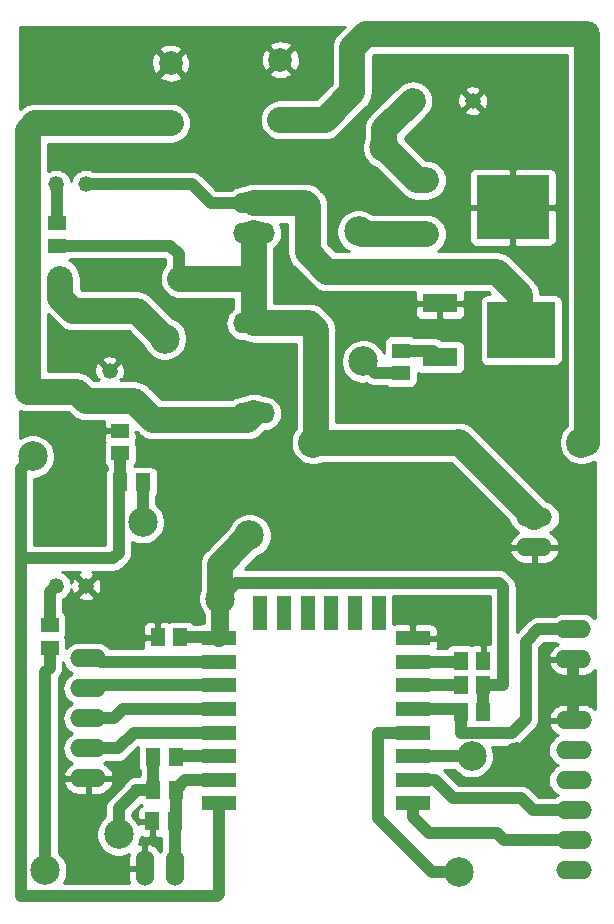
<source format=gbr>
%TF.GenerationSoftware,KiCad,Pcbnew,5.1.6-c6e7f7d~87~ubuntu18.04.1*%
%TF.CreationDate,2021-05-03T11:46:53+01:00*%
%TF.ProjectId,SB - wifiboard-v2,5342202d-2077-4696-9669-626f6172642d,rev?*%
%TF.SameCoordinates,Original*%
%TF.FileFunction,Copper,L2,Bot*%
%TF.FilePolarity,Positive*%
%FSLAX46Y46*%
G04 Gerber Fmt 4.6, Leading zero omitted, Abs format (unit mm)*
G04 Created by KiCad (PCBNEW 5.1.6-c6e7f7d~87~ubuntu18.04.1) date 2021-05-03 11:46:53*
%MOMM*%
%LPD*%
G01*
G04 APERTURE LIST*
%TA.AperFunction,SMDPad,CuDef*%
%ADD10R,1.500000X1.300000*%
%TD*%
%TA.AperFunction,SMDPad,CuDef*%
%ADD11R,1.300000X1.500000*%
%TD*%
%TA.AperFunction,ComponentPad*%
%ADD12O,3.048000X1.524000*%
%TD*%
%TA.AperFunction,ComponentPad*%
%ADD13O,1.524000X3.048000*%
%TD*%
%TA.AperFunction,ComponentPad*%
%ADD14C,1.320800*%
%TD*%
%TA.AperFunction,SMDPad,CuDef*%
%ADD15R,1.300000X1.600000*%
%TD*%
%TA.AperFunction,SMDPad,CuDef*%
%ADD16R,1.600000X1.300000*%
%TD*%
%TA.AperFunction,ComponentPad*%
%ADD17C,2.540000*%
%TD*%
%TA.AperFunction,ComponentPad*%
%ADD18C,2.000000*%
%TD*%
%TA.AperFunction,SMDPad,CuDef*%
%ADD19R,1.600000X1.000000*%
%TD*%
%TA.AperFunction,SMDPad,CuDef*%
%ADD20R,6.200000X5.400000*%
%TD*%
%TA.AperFunction,SMDPad,CuDef*%
%ADD21R,5.715000X4.826000*%
%TD*%
%TA.AperFunction,SMDPad,CuDef*%
%ADD22R,3.000000X1.600000*%
%TD*%
%TA.AperFunction,SMDPad,CuDef*%
%ADD23R,1.200000X3.000000*%
%TD*%
%TA.AperFunction,SMDPad,CuDef*%
%ADD24R,3.000000X1.200000*%
%TD*%
%TA.AperFunction,ComponentPad*%
%ADD25O,3.556000X1.778000*%
%TD*%
%TA.AperFunction,ViaPad*%
%ADD26C,2.500000*%
%TD*%
%TA.AperFunction,Conductor*%
%ADD27C,1.000000*%
%TD*%
%TA.AperFunction,Conductor*%
%ADD28C,2.184400*%
%TD*%
%TA.AperFunction,Conductor*%
%ADD29C,1.500000*%
%TD*%
%TA.AperFunction,Conductor*%
%ADD30C,0.254000*%
%TD*%
G04 APERTURE END LIST*
D10*
%TO.P,R9,2*%
%TO.N,+12V*%
X123774200Y-159217400D03*
%TO.P,R9,1*%
%TO.N,Net-(LED1-PadA)*%
X123774200Y-157317400D03*
%TD*%
D11*
%TO.P,C3,2*%
%TO.N,GND*%
X131881800Y-207949800D03*
%TO.P,C3,1*%
%TO.N,Net-(C3-Pad1)*%
X133781800Y-207949800D03*
%TD*%
D12*
%TO.P,12V-IN1,2*%
%TO.N,GND*%
X164223700Y-184759600D03*
%TO.P,12V-IN1,1*%
%TO.N,+12V*%
X164223700Y-182219600D03*
%TD*%
D13*
%TO.P,THERMISTOR1,2*%
%TO.N,Net-(C3-Pad1)*%
X133794500Y-211912200D03*
%TO.P,THERMISTOR1,1*%
%TO.N,GND*%
X131254500Y-211912200D03*
%TD*%
D12*
%TO.P,GPIO1,5*%
%TO.N,GND*%
X126441200Y-204304900D03*
%TO.P,GPIO1,4*%
%TO.N,Net-(GPIO1-Pad4)*%
X126441200Y-201764900D03*
%TO.P,GPIO1,3*%
%TO.N,Net-(GPIO1-Pad3)*%
X126441200Y-199224900D03*
%TO.P,GPIO1,2*%
%TO.N,Net-(GPIO1-Pad2)*%
X126441200Y-196684900D03*
%TO.P,GPIO1,1*%
%TO.N,Net-(GPIO1-Pad1)*%
X126441200Y-194144900D03*
%TD*%
D14*
%TO.P,R1,2*%
%TO.N,+12V*%
X134239000Y-161988500D03*
%TO.P,R1,1*%
%TO.N,Net-(C1-Pad+)*%
X124079000Y-161988500D03*
%TD*%
D15*
%TO.P,R2,2*%
%TO.N,Net-(C3-Pad1)*%
X133845300Y-205257400D03*
%TO.P,R2,1*%
%TO.N,+3V3*%
X131945300Y-205257400D03*
%TD*%
D16*
%TO.P,R3,2*%
%TO.N,Net-(R3-Pad2)*%
X152908000Y-169987000D03*
%TO.P,R3,1*%
%TO.N,Net-(Q1-Pad1)*%
X152908000Y-168087000D03*
%TD*%
D17*
%TO.P,FUSE1,P$2*%
%TO.N,Net-(FUSE1-PadP$2)*%
X168195000Y-175895000D03*
%TO.P,FUSE1,P$1*%
%TO.N,+12V*%
X145495000Y-175895000D03*
%TD*%
D18*
%TO.P,X1,2*%
%TO.N,GND*%
X133426200Y-143751300D03*
%TO.P,X1,1*%
%TO.N,Net-(RLA1-PadP$4)*%
X133426200Y-148831300D03*
%TD*%
%TO.P,X2,2*%
%TO.N,GND*%
X142722600Y-143459200D03*
%TO.P,X2,1*%
%TO.N,Net-(FUSE1-PadP$2)*%
X142722600Y-148539200D03*
%TD*%
D19*
%TO.P,IC2,2*%
%TO.N,+3V3*%
X155093000Y-153676000D03*
%TO.P,IC2,1*%
%TO.N,Net-(C1-Pad+)*%
X155093000Y-158236000D03*
D20*
%TO.P,IC2,3*%
%TO.N,GND*%
X162393000Y-155956000D03*
%TD*%
D14*
%TO.P,C2,-*%
%TO.N,GND*%
X159004000Y-146939000D03*
%TO.P,C2,+*%
%TO.N,+3V3*%
X153924000Y-146939000D03*
%TD*%
D21*
%TO.P,Q1,4*%
%TO.N,Net-(LED1-PadK)*%
X163132000Y-166370000D03*
D22*
%TO.P,Q1,3*%
%TO.N,GND*%
X156234000Y-164090000D03*
%TO.P,Q1,1*%
%TO.N,Net-(Q1-Pad1)*%
X156234000Y-168650000D03*
%TD*%
D14*
%TO.P,C1,-*%
%TO.N,GND*%
X128257300Y-169799000D03*
%TO.P,C1,+*%
%TO.N,Net-(C1-Pad+)*%
X128257300Y-164719000D03*
%TD*%
D23*
%TO.P,U2,SCLK*%
%TO.N,Net-(U2-PadSCLK)*%
X151036700Y-190330400D03*
%TO.P,U2,CS0*%
%TO.N,Net-(U2-PadCS0)*%
X141036700Y-190330400D03*
%TO.P,U2,MISO*%
%TO.N,Net-(U2-PadMISO)*%
X143036700Y-190330400D03*
%TO.P,U2,GPIO9*%
%TO.N,Net-(U2-PadGPIO9)*%
X145036700Y-190330400D03*
%TO.P,U2,GPIO10*%
%TO.N,Net-(U2-PadGPIO10)*%
X147036700Y-190330400D03*
%TO.P,U2,MOSI*%
%TO.N,Net-(U2-PadMOSI)*%
X149036700Y-190330400D03*
D24*
%TO.P,U2,GND*%
%TO.N,GND*%
X153936700Y-192430400D03*
%TO.P,U2,GPIO15*%
%TO.N,Net-(R6-Pad2)*%
X153936700Y-194430400D03*
%TO.P,U2,GPIO2*%
%TO.N,Net-(R8-Pad1)*%
X153936700Y-196430400D03*
%TO.P,U2,GPIO0*%
%TO.N,Net-(PROG1-Pad1)*%
X153936700Y-198430400D03*
%TO.P,U2,GPIO5*%
%TO.N,Net-(R3-Pad2)*%
X153936700Y-202430400D03*
%TO.P,U2,GPIO4*%
%TO.N,Net-(R10-Pad2)*%
X153936700Y-200430400D03*
%TO.P,U2,RXD0*%
%TO.N,Net-(U2-PadRXD0)*%
X153936700Y-204430400D03*
%TO.P,U2,TXD0*%
%TO.N,Net-(U2-PadTXD0)*%
X153936700Y-206430400D03*
%TO.P,U2,VCC*%
%TO.N,+3V3*%
X137536700Y-192430400D03*
%TO.P,U2,GPIO13*%
%TO.N,Net-(GPIO1-Pad1)*%
X137536700Y-194430400D03*
%TO.P,U2,GPIO12*%
%TO.N,Net-(GPIO1-Pad2)*%
X137536700Y-196430400D03*
%TO.P,U2,GPIO14*%
%TO.N,Net-(GPIO1-Pad3)*%
X137536700Y-198430400D03*
%TO.P,U2,GPIO16*%
%TO.N,Net-(GPIO1-Pad4)*%
X137536700Y-200430400D03*
%TO.P,U2,CH_PD*%
%TO.N,Net-(R7-Pad1)*%
X137536700Y-202430400D03*
%TO.P,U2,ADC*%
%TO.N,Net-(C3-Pad1)*%
X137536700Y-204430400D03*
%TO.P,U2,RESET*%
%TO.N,Net-(C6-Pad1)*%
X137536700Y-206430400D03*
%TD*%
D12*
%TO.P,PROG1,2*%
%TO.N,GND*%
X167538400Y-194233800D03*
%TO.P,PROG1,1*%
%TO.N,Net-(PROG1-Pad1)*%
X167538400Y-191693800D03*
%TD*%
%TO.P,USB-3V3,6*%
%TO.N,Net-(USB-3V3-Pad6)*%
X167551100Y-212090000D03*
%TO.P,USB-3V3,5*%
%TO.N,Net-(U2-PadTXD0)*%
X167551100Y-209550000D03*
%TO.P,USB-3V3,4*%
%TO.N,Net-(U2-PadRXD0)*%
X167551100Y-207010000D03*
%TO.P,USB-3V3,3*%
%TO.N,Net-(USB-3V3-Pad3)*%
X167551100Y-204470000D03*
%TO.P,USB-3V3,2*%
%TO.N,Net-(USB-3V3-Pad2)*%
X167551100Y-201930000D03*
%TO.P,USB-3V3,1*%
%TO.N,GND*%
X167551100Y-199390000D03*
%TD*%
D11*
%TO.P,C5,2*%
%TO.N,GND*%
X132351700Y-192366900D03*
%TO.P,C5,1*%
%TO.N,+3V3*%
X134251700Y-192366900D03*
%TD*%
%TO.P,R4,2*%
%TO.N,+3V3*%
X131086900Y-179247800D03*
%TO.P,R4,1*%
%TO.N,Net-(C6-Pad1)*%
X129186900Y-179247800D03*
%TD*%
D10*
%TO.P,C6,2*%
%TO.N,GND*%
X129159000Y-174879000D03*
%TO.P,C6,1*%
%TO.N,Net-(C6-Pad1)*%
X129159000Y-176779000D03*
%TD*%
D11*
%TO.P,R5,2*%
%TO.N,+3V3*%
X159893000Y-198666100D03*
%TO.P,R5,1*%
%TO.N,Net-(PROG1-Pad1)*%
X157993000Y-198666100D03*
%TD*%
%TO.P,R6,2*%
%TO.N,Net-(R6-Pad2)*%
X157980300Y-194335400D03*
%TO.P,R6,1*%
%TO.N,GND*%
X159880300Y-194335400D03*
%TD*%
%TO.P,R7,2*%
%TO.N,+3V3*%
X131945300Y-202476100D03*
%TO.P,R7,1*%
%TO.N,Net-(R7-Pad1)*%
X133845300Y-202476100D03*
%TD*%
%TO.P,R8,2*%
%TO.N,+3V3*%
X159890500Y-196443600D03*
%TO.P,R8,1*%
%TO.N,Net-(R8-Pad1)*%
X157990500Y-196443600D03*
%TD*%
D14*
%TO.P,LED1,K*%
%TO.N,Net-(LED1-PadK)*%
X126270000Y-154000000D03*
%TO.P,LED1,A*%
%TO.N,Net-(LED1-PadA)*%
X123730000Y-154000000D03*
%TD*%
D25*
%TO.P,RLA1,P$1*%
%TO.N,Net-(LED1-PadK)*%
X140474700Y-155625800D03*
%TO.P,RLA1,P$2*%
%TO.N,+12V*%
X140474700Y-158165800D03*
%TO.P,RLA1,P$3*%
X140474700Y-165785800D03*
%TO.P,RLA1,P$4*%
%TO.N,Net-(RLA1-PadP$4)*%
X140474700Y-173405800D03*
%TD*%
D14*
%TO.P,LED2,A*%
%TO.N,Net-(LED2-PadA)*%
X123730000Y-188000000D03*
%TO.P,LED2,K*%
%TO.N,GND*%
X126270000Y-188000000D03*
%TD*%
D10*
%TO.P,R10,1*%
%TO.N,Net-(LED2-PadA)*%
X123177300Y-191366100D03*
%TO.P,R10,2*%
%TO.N,Net-(R10-Pad2)*%
X123177300Y-193266100D03*
%TD*%
D26*
%TO.N,GND*%
X125349000Y-176885600D03*
X164249100Y-187502800D03*
X162737800Y-202488800D03*
X158496000Y-190842900D03*
X167132000Y-187617100D03*
X124828300Y-182105300D03*
X130708400Y-188010800D03*
X132905500Y-170230800D03*
X134429500Y-177673000D03*
X125984000Y-209169000D03*
X128295400Y-191058800D03*
%TO.N,+3V3*%
X151511000Y-150876000D03*
X131086900Y-182615800D03*
X137636250Y-189083950D03*
X129032000Y-209042000D03*
X140106400Y-183743600D03*
%TO.N,Net-(C1-Pad+)*%
X149352000Y-157988000D03*
X132943600Y-167081200D03*
%TO.N,Net-(R3-Pad2)*%
X158922700Y-202430400D03*
X149720300Y-168998900D03*
%TO.N,Net-(C6-Pad1)*%
X121767600Y-177038000D03*
%TO.N,Net-(R10-Pad2)*%
X122809000Y-212090000D03*
X157861000Y-212217000D03*
%TD*%
D27*
%TO.N,GND*%
X167538400Y-196735700D02*
X167551100Y-196748400D01*
X167538400Y-194233800D02*
X167538400Y-196735700D01*
X167538400Y-199377300D02*
X167551100Y-199390000D01*
X167538400Y-196735700D02*
X167538400Y-199377300D01*
D28*
%TO.N,+12V*%
X157848300Y-175844200D02*
X164223700Y-182219600D01*
X134239000Y-161988500D02*
X139966700Y-161988500D01*
X139966700Y-161988500D02*
X140474700Y-161480500D01*
X140474700Y-161480500D02*
X140474700Y-158165800D01*
X140474700Y-165785800D02*
X140474700Y-161480500D01*
D27*
X123774200Y-159217400D02*
X133398300Y-159217400D01*
X133398300Y-159217400D02*
X134112000Y-159931100D01*
X134112000Y-161861500D02*
X134239000Y-161988500D01*
X134112000Y-159931100D02*
X134112000Y-161861500D01*
D28*
X145745200Y-175644800D02*
X145495000Y-175895000D01*
X145745200Y-166357300D02*
X145745200Y-175644800D01*
X140474700Y-165785800D02*
X145173700Y-165785800D01*
X145173700Y-165785800D02*
X145745200Y-166357300D01*
X157797500Y-175895000D02*
X157848300Y-175844200D01*
X145495000Y-175895000D02*
X157797500Y-175895000D01*
D27*
%TO.N,+3V3*%
X131945300Y-205257400D02*
X131945300Y-202476100D01*
X159956500Y-196509600D02*
X159890500Y-196443600D01*
X138988800Y-187731400D02*
X137636250Y-189083950D01*
X131086900Y-179247800D02*
X131086900Y-182615800D01*
X131086900Y-182615800D02*
X131086900Y-182615800D01*
X131945300Y-205257400D02*
X130619500Y-205257400D01*
X130619500Y-205257400D02*
X130530600Y-205257400D01*
X140106400Y-183743600D02*
X140106400Y-183743600D01*
X159890500Y-198663600D02*
X159893000Y-198666100D01*
X159890500Y-196443600D02*
X159890500Y-198663600D01*
X137473200Y-192366900D02*
X137536700Y-192430400D01*
X134251700Y-192366900D02*
X137473200Y-192366900D01*
X161540500Y-196443600D02*
X159890500Y-196443600D01*
X138988800Y-187731400D02*
X161201100Y-187731400D01*
X161201100Y-187731400D02*
X161594800Y-188125100D01*
X161594800Y-196389300D02*
X161540500Y-196443600D01*
X161594800Y-188125100D02*
X161594800Y-196389300D01*
D28*
X137636250Y-186213750D02*
X140106400Y-183743600D01*
X137636250Y-189083950D02*
X137636250Y-186213750D01*
D29*
X137636250Y-192330850D02*
X137536700Y-192430400D01*
X137636250Y-189083950D02*
X137636250Y-192330850D01*
D27*
X129032000Y-206844900D02*
X130619500Y-205257400D01*
X129032000Y-209042000D02*
X129032000Y-206844900D01*
D28*
X154311000Y-153676000D02*
X151511000Y-150876000D01*
X155093000Y-153676000D02*
X154311000Y-153676000D01*
X151511000Y-149352000D02*
X153924000Y-146939000D01*
X151511000Y-150876000D02*
X151511000Y-149352000D01*
%TO.N,Net-(C1-Pad+)*%
X124079000Y-161988500D02*
X124079000Y-163626800D01*
X125171200Y-164719000D02*
X128257300Y-164719000D01*
X124079000Y-163626800D02*
X125171200Y-164719000D01*
D27*
X132943600Y-167081200D02*
X132943600Y-167081200D01*
D28*
X130581400Y-164719000D02*
X132943600Y-167081200D01*
X128257300Y-164719000D02*
X130581400Y-164719000D01*
X149600000Y-158236000D02*
X149352000Y-157988000D01*
X155093000Y-158236000D02*
X149600000Y-158236000D01*
D27*
%TO.N,Net-(C3-Pad1)*%
X134672300Y-204430400D02*
X133845300Y-205257400D01*
X137536700Y-204430400D02*
X134672300Y-204430400D01*
X133845300Y-207886300D02*
X133781800Y-207949800D01*
X133845300Y-205257400D02*
X133845300Y-207886300D01*
X133781800Y-211899500D02*
X133794500Y-211912200D01*
X133781800Y-207949800D02*
X133781800Y-211899500D01*
%TO.N,Net-(R3-Pad2)*%
X153936700Y-202430400D02*
X158922700Y-202430400D01*
X158922700Y-202430400D02*
X158922700Y-202430400D01*
X150708400Y-169987000D02*
X149720300Y-168998900D01*
X152908000Y-169987000D02*
X150708400Y-169987000D01*
%TO.N,Net-(Q1-Pad1)*%
X155671000Y-168087000D02*
X156234000Y-168650000D01*
X152908000Y-168087000D02*
X155671000Y-168087000D01*
%TO.N,Net-(LED1-PadK)*%
X126270000Y-154000000D02*
X135204000Y-154000000D01*
X136829800Y-155625800D02*
X140474700Y-155625800D01*
X135204000Y-154000000D02*
X136829800Y-155625800D01*
D28*
X144830800Y-155625800D02*
X140474700Y-155625800D01*
X163005000Y-163386000D02*
X161036000Y-161417000D01*
X163005000Y-164973000D02*
X163005000Y-163386000D01*
X161036000Y-161417000D02*
X146685000Y-161417000D01*
X146685000Y-161417000D02*
X145034000Y-159766000D01*
X145034000Y-155829000D02*
X144830800Y-155625800D01*
X145034000Y-159766000D02*
X145034000Y-155829000D01*
D27*
%TO.N,Net-(R6-Pad2)*%
X157885300Y-194430400D02*
X157980300Y-194335400D01*
X153936700Y-194430400D02*
X157885300Y-194430400D01*
%TO.N,Net-(R8-Pad1)*%
X157977300Y-196430400D02*
X157990500Y-196443600D01*
X153936700Y-196430400D02*
X157977300Y-196430400D01*
%TO.N,Net-(U2-PadRXD0)*%
X153936700Y-204430400D02*
X155802100Y-204430400D01*
X155802100Y-204430400D02*
X157340300Y-205968600D01*
X157340300Y-205968600D02*
X163093400Y-205968600D01*
X164134800Y-207010000D02*
X163093400Y-205968600D01*
X167551100Y-207010000D02*
X164134800Y-207010000D01*
%TO.N,Net-(U2-PadTXD0)*%
X153936700Y-206430400D02*
X153936700Y-207556100D01*
X153936700Y-207556100D02*
X155308300Y-208927700D01*
X167551100Y-209550000D02*
X161671000Y-209550000D01*
X155308300Y-208927700D02*
X161048700Y-208927700D01*
X161671000Y-209550000D02*
X161048700Y-208927700D01*
%TO.N,Net-(R7-Pad1)*%
X133891000Y-202430400D02*
X133845300Y-202476100D01*
X137536700Y-202430400D02*
X133891000Y-202430400D01*
%TO.N,Net-(C6-Pad1)*%
X129159000Y-176779000D02*
X128935400Y-176779000D01*
X129159000Y-179219900D02*
X129186900Y-179247800D01*
X129159000Y-176779000D02*
X129159000Y-179219900D01*
X129019300Y-179415400D02*
X129186900Y-179247800D01*
X120725010Y-213892210D02*
X120725010Y-185661300D01*
X121107790Y-214274990D02*
X120725010Y-213892210D01*
X129019300Y-185216800D02*
X129019300Y-179415400D01*
X124284630Y-214274990D02*
X121107790Y-214274990D01*
X120725010Y-185661300D02*
X128574800Y-185661300D01*
X137536700Y-206430400D02*
X137536700Y-213275400D01*
X128574800Y-185661300D02*
X129019300Y-185216800D01*
X120725010Y-185661300D02*
X120725010Y-178080590D01*
X120725010Y-178080590D02*
X121767600Y-177038000D01*
X121767600Y-177038000D02*
X121767600Y-177038000D01*
X137536700Y-214126300D02*
X137388010Y-214274990D01*
X137536700Y-213275400D02*
X137536700Y-214126300D01*
X137388010Y-214274990D02*
X120725010Y-214274990D01*
%TO.N,Net-(LED1-PadA)*%
X123774200Y-154044200D02*
X123730000Y-154000000D01*
X123774200Y-157317400D02*
X123774200Y-154044200D01*
D28*
%TO.N,Net-(FUSE1-PadP$2)*%
X142722600Y-148539200D02*
X146481800Y-148539200D01*
X148805900Y-146215100D02*
X148805900Y-142455900D01*
X146481800Y-148539200D02*
X148805900Y-146215100D01*
D27*
X168195000Y-175895000D02*
X168567100Y-175895000D01*
D28*
X168656000Y-175895000D02*
X168682790Y-175868210D01*
X168195000Y-175895000D02*
X168656000Y-175895000D01*
X168682790Y-175868210D02*
X168682790Y-141317210D01*
X149944590Y-141317210D02*
X148805900Y-142455900D01*
X168682790Y-141317210D02*
X149944590Y-141317210D01*
D27*
%TO.N,Net-(GPIO1-Pad4)*%
X126441200Y-201764900D02*
X128968500Y-201764900D01*
X130303000Y-200430400D02*
X137536700Y-200430400D01*
X128968500Y-201764900D02*
X130303000Y-200430400D01*
%TO.N,Net-(GPIO1-Pad3)*%
X126441200Y-199224900D02*
X128638300Y-199224900D01*
X129432800Y-198430400D02*
X137536700Y-198430400D01*
X128638300Y-199224900D02*
X129432800Y-198430400D01*
%TO.N,Net-(GPIO1-Pad2)*%
X126567700Y-196430400D02*
X137536700Y-196430400D01*
%TO.N,Net-(GPIO1-Pad1)*%
X127501400Y-194430400D02*
X137536700Y-194430400D01*
%TO.N,Net-(PROG1-Pad1)*%
X153936700Y-198430400D02*
X153981900Y-198475600D01*
X157757300Y-198430400D02*
X157993000Y-198666100D01*
X153936700Y-198430400D02*
X157757300Y-198430400D01*
X157993000Y-200416100D02*
X157993000Y-198666100D01*
X162307801Y-200480399D02*
X158057299Y-200480399D01*
X158057299Y-200480399D02*
X157993000Y-200416100D01*
X167538400Y-191693800D02*
X164553900Y-191693800D01*
X164553900Y-191693800D02*
X163512500Y-192735200D01*
X163512500Y-199275700D02*
X162307801Y-200480399D01*
X163512500Y-192735200D02*
X163512500Y-199275700D01*
D28*
%TO.N,Net-(RLA1-PadP$4)*%
X121945400Y-148831300D02*
X133426200Y-148831300D01*
X121317210Y-149459490D02*
X121945400Y-148831300D01*
X121317210Y-171577000D02*
X121317210Y-149459490D01*
X140474700Y-173405800D02*
X139933462Y-173947038D01*
X139933462Y-173947038D02*
X131953000Y-173947038D01*
X131953000Y-173947038D02*
X130344962Y-172339000D01*
X130344962Y-172339000D02*
X126238000Y-172339000D01*
X125476000Y-171577000D02*
X121317210Y-171577000D01*
X126238000Y-172339000D02*
X125476000Y-171577000D01*
D27*
%TO.N,Net-(LED2-PadA)*%
X123177300Y-188552700D02*
X123730000Y-188000000D01*
X123177300Y-191366100D02*
X123177300Y-188552700D01*
%TO.N,Net-(R10-Pad2)*%
X123177300Y-193266100D02*
X123177300Y-194957700D01*
X123177300Y-194957700D02*
X122809000Y-195326000D01*
X122809000Y-195326000D02*
X122809000Y-212090000D01*
X122809000Y-212090000D02*
X122809000Y-212090000D01*
X153936700Y-200430400D02*
X150978600Y-200430400D01*
X150978600Y-200430400D02*
X151003000Y-200454800D01*
X151003000Y-200454800D02*
X151003000Y-207645000D01*
X151003000Y-207645000D02*
X155575000Y-212217000D01*
X155575000Y-212217000D02*
X157861000Y-212217000D01*
X157861000Y-212217000D02*
X157861000Y-212217000D01*
%TD*%
D30*
%TO.N,GND*%
G36*
X124382296Y-194682095D02*
G01*
X124512017Y-194924787D01*
X124686592Y-195137508D01*
X124899313Y-195312083D01*
X125091671Y-195414900D01*
X124899313Y-195517717D01*
X124686592Y-195692292D01*
X124512017Y-195905013D01*
X124382296Y-196147705D01*
X124302414Y-196411040D01*
X124275441Y-196684900D01*
X124302414Y-196958760D01*
X124382296Y-197222095D01*
X124512017Y-197464787D01*
X124686592Y-197677508D01*
X124899313Y-197852083D01*
X125091671Y-197954900D01*
X124899313Y-198057717D01*
X124686592Y-198232292D01*
X124512017Y-198445013D01*
X124382296Y-198687705D01*
X124302414Y-198951040D01*
X124275441Y-199224900D01*
X124302414Y-199498760D01*
X124382296Y-199762095D01*
X124512017Y-200004787D01*
X124686592Y-200217508D01*
X124899313Y-200392083D01*
X125091671Y-200494900D01*
X124899313Y-200597717D01*
X124686592Y-200772292D01*
X124512017Y-200985013D01*
X124382296Y-201227705D01*
X124302414Y-201491040D01*
X124275441Y-201764900D01*
X124302414Y-202038760D01*
X124382296Y-202302095D01*
X124512017Y-202544787D01*
X124686592Y-202757508D01*
X124899313Y-202932083D01*
X125093613Y-203035938D01*
X125027258Y-203062841D01*
X124797471Y-203213894D01*
X124601568Y-203406874D01*
X124447078Y-203634365D01*
X124339938Y-203887624D01*
X124324980Y-203961830D01*
X124447480Y-204177900D01*
X126314200Y-204177900D01*
X126314200Y-204157900D01*
X126568200Y-204157900D01*
X126568200Y-204177900D01*
X128434920Y-204177900D01*
X128557420Y-203961830D01*
X128542462Y-203887624D01*
X128435322Y-203634365D01*
X128280832Y-203406874D01*
X128084929Y-203213894D01*
X127855142Y-203062841D01*
X127788787Y-203035938D01*
X127983087Y-202932083D01*
X128022302Y-202899900D01*
X128912749Y-202899900D01*
X128968500Y-202905391D01*
X129024251Y-202899900D01*
X129024252Y-202899900D01*
X129190999Y-202883477D01*
X129404947Y-202818576D01*
X129602123Y-202713184D01*
X129774949Y-202571349D01*
X129810496Y-202528035D01*
X130662122Y-201676410D01*
X130657228Y-201726100D01*
X130657228Y-203226100D01*
X130669488Y-203350582D01*
X130705798Y-203470280D01*
X130764763Y-203580594D01*
X130810301Y-203636082D01*
X130810300Y-204047418D01*
X130764763Y-204102906D01*
X130754343Y-204122400D01*
X130675251Y-204122400D01*
X130619499Y-204116909D01*
X130563748Y-204122400D01*
X130474848Y-204122400D01*
X130308101Y-204138823D01*
X130094153Y-204203724D01*
X129896977Y-204309116D01*
X129724151Y-204450951D01*
X129582316Y-204623777D01*
X129506904Y-204764865D01*
X128268860Y-206002909D01*
X128225552Y-206038451D01*
X128083717Y-206211277D01*
X128073649Y-206230113D01*
X127978324Y-206408454D01*
X127913423Y-206622402D01*
X127891509Y-206844900D01*
X127897001Y-206900661D01*
X127897001Y-207533312D01*
X127830382Y-207577825D01*
X127567825Y-207840382D01*
X127361534Y-208149118D01*
X127219439Y-208492166D01*
X127147000Y-208856344D01*
X127147000Y-209227656D01*
X127219439Y-209591834D01*
X127361534Y-209934882D01*
X127567825Y-210243618D01*
X127830382Y-210506175D01*
X128139118Y-210712466D01*
X128482166Y-210854561D01*
X128846344Y-210927000D01*
X129217656Y-210927000D01*
X129581834Y-210854561D01*
X129924882Y-210712466D01*
X129925857Y-210711814D01*
X129909119Y-210753099D01*
X129857500Y-211023200D01*
X129857500Y-211785200D01*
X131127500Y-211785200D01*
X131127500Y-209918480D01*
X130911430Y-209795980D01*
X130837224Y-209810938D01*
X130736082Y-209853726D01*
X130844561Y-209591834D01*
X130912703Y-209249258D01*
X130987620Y-209289302D01*
X131107318Y-209325612D01*
X131231800Y-209337872D01*
X131596050Y-209334800D01*
X131754800Y-209176050D01*
X131754800Y-208076800D01*
X130755550Y-208076800D01*
X130694762Y-208137588D01*
X130496175Y-207840382D01*
X130233618Y-207577825D01*
X130167000Y-207533312D01*
X130167000Y-207315031D01*
X130915150Y-206566882D01*
X130940806Y-206587937D01*
X130985130Y-206611629D01*
X130877306Y-206669263D01*
X130780615Y-206748615D01*
X130701263Y-206845306D01*
X130642298Y-206955620D01*
X130605988Y-207075318D01*
X130593728Y-207199800D01*
X130596800Y-207664050D01*
X130755550Y-207822800D01*
X131754800Y-207822800D01*
X131754800Y-207802800D01*
X132008800Y-207802800D01*
X132008800Y-207822800D01*
X132028800Y-207822800D01*
X132028800Y-208076800D01*
X132008800Y-208076800D01*
X132008800Y-209176050D01*
X132167550Y-209334800D01*
X132531800Y-209337872D01*
X132646800Y-209326546D01*
X132646801Y-210346573D01*
X132627317Y-210370314D01*
X132523462Y-210564614D01*
X132496559Y-210498258D01*
X132345506Y-210268471D01*
X132152526Y-210072568D01*
X131925035Y-209918078D01*
X131671776Y-209810938D01*
X131597570Y-209795980D01*
X131381500Y-209918480D01*
X131381500Y-211785200D01*
X131401500Y-211785200D01*
X131401500Y-212039200D01*
X131381500Y-212039200D01*
X131381500Y-212059200D01*
X131127500Y-212059200D01*
X131127500Y-212039200D01*
X129857500Y-212039200D01*
X129857500Y-212801200D01*
X129909119Y-213071301D01*
X129936968Y-213139990D01*
X124374490Y-213139990D01*
X124479466Y-212982882D01*
X124621561Y-212639834D01*
X124694000Y-212275656D01*
X124694000Y-211904344D01*
X124621561Y-211540166D01*
X124479466Y-211197118D01*
X124273175Y-210888382D01*
X124010618Y-210625825D01*
X123944000Y-210581312D01*
X123944000Y-204647970D01*
X124324980Y-204647970D01*
X124339938Y-204722176D01*
X124447078Y-204975435D01*
X124601568Y-205202926D01*
X124797471Y-205395906D01*
X125027258Y-205546959D01*
X125282099Y-205650281D01*
X125552200Y-205701900D01*
X126314200Y-205701900D01*
X126314200Y-204431900D01*
X126568200Y-204431900D01*
X126568200Y-205701900D01*
X127330200Y-205701900D01*
X127600301Y-205650281D01*
X127855142Y-205546959D01*
X128084929Y-205395906D01*
X128280832Y-205202926D01*
X128435322Y-204975435D01*
X128542462Y-204722176D01*
X128557420Y-204647970D01*
X128434920Y-204431900D01*
X126568200Y-204431900D01*
X126314200Y-204431900D01*
X124447480Y-204431900D01*
X124324980Y-204647970D01*
X123944000Y-204647970D01*
X123944000Y-195796770D01*
X123983749Y-195764149D01*
X124125584Y-195591323D01*
X124230976Y-195394147D01*
X124295877Y-195180199D01*
X124312300Y-195013452D01*
X124317791Y-194957700D01*
X124312300Y-194901948D01*
X124312300Y-194451350D01*
X124382296Y-194682095D01*
G37*
X124382296Y-194682095D02*
X124512017Y-194924787D01*
X124686592Y-195137508D01*
X124899313Y-195312083D01*
X125091671Y-195414900D01*
X124899313Y-195517717D01*
X124686592Y-195692292D01*
X124512017Y-195905013D01*
X124382296Y-196147705D01*
X124302414Y-196411040D01*
X124275441Y-196684900D01*
X124302414Y-196958760D01*
X124382296Y-197222095D01*
X124512017Y-197464787D01*
X124686592Y-197677508D01*
X124899313Y-197852083D01*
X125091671Y-197954900D01*
X124899313Y-198057717D01*
X124686592Y-198232292D01*
X124512017Y-198445013D01*
X124382296Y-198687705D01*
X124302414Y-198951040D01*
X124275441Y-199224900D01*
X124302414Y-199498760D01*
X124382296Y-199762095D01*
X124512017Y-200004787D01*
X124686592Y-200217508D01*
X124899313Y-200392083D01*
X125091671Y-200494900D01*
X124899313Y-200597717D01*
X124686592Y-200772292D01*
X124512017Y-200985013D01*
X124382296Y-201227705D01*
X124302414Y-201491040D01*
X124275441Y-201764900D01*
X124302414Y-202038760D01*
X124382296Y-202302095D01*
X124512017Y-202544787D01*
X124686592Y-202757508D01*
X124899313Y-202932083D01*
X125093613Y-203035938D01*
X125027258Y-203062841D01*
X124797471Y-203213894D01*
X124601568Y-203406874D01*
X124447078Y-203634365D01*
X124339938Y-203887624D01*
X124324980Y-203961830D01*
X124447480Y-204177900D01*
X126314200Y-204177900D01*
X126314200Y-204157900D01*
X126568200Y-204157900D01*
X126568200Y-204177900D01*
X128434920Y-204177900D01*
X128557420Y-203961830D01*
X128542462Y-203887624D01*
X128435322Y-203634365D01*
X128280832Y-203406874D01*
X128084929Y-203213894D01*
X127855142Y-203062841D01*
X127788787Y-203035938D01*
X127983087Y-202932083D01*
X128022302Y-202899900D01*
X128912749Y-202899900D01*
X128968500Y-202905391D01*
X129024251Y-202899900D01*
X129024252Y-202899900D01*
X129190999Y-202883477D01*
X129404947Y-202818576D01*
X129602123Y-202713184D01*
X129774949Y-202571349D01*
X129810496Y-202528035D01*
X130662122Y-201676410D01*
X130657228Y-201726100D01*
X130657228Y-203226100D01*
X130669488Y-203350582D01*
X130705798Y-203470280D01*
X130764763Y-203580594D01*
X130810301Y-203636082D01*
X130810300Y-204047418D01*
X130764763Y-204102906D01*
X130754343Y-204122400D01*
X130675251Y-204122400D01*
X130619499Y-204116909D01*
X130563748Y-204122400D01*
X130474848Y-204122400D01*
X130308101Y-204138823D01*
X130094153Y-204203724D01*
X129896977Y-204309116D01*
X129724151Y-204450951D01*
X129582316Y-204623777D01*
X129506904Y-204764865D01*
X128268860Y-206002909D01*
X128225552Y-206038451D01*
X128083717Y-206211277D01*
X128073649Y-206230113D01*
X127978324Y-206408454D01*
X127913423Y-206622402D01*
X127891509Y-206844900D01*
X127897001Y-206900661D01*
X127897001Y-207533312D01*
X127830382Y-207577825D01*
X127567825Y-207840382D01*
X127361534Y-208149118D01*
X127219439Y-208492166D01*
X127147000Y-208856344D01*
X127147000Y-209227656D01*
X127219439Y-209591834D01*
X127361534Y-209934882D01*
X127567825Y-210243618D01*
X127830382Y-210506175D01*
X128139118Y-210712466D01*
X128482166Y-210854561D01*
X128846344Y-210927000D01*
X129217656Y-210927000D01*
X129581834Y-210854561D01*
X129924882Y-210712466D01*
X129925857Y-210711814D01*
X129909119Y-210753099D01*
X129857500Y-211023200D01*
X129857500Y-211785200D01*
X131127500Y-211785200D01*
X131127500Y-209918480D01*
X130911430Y-209795980D01*
X130837224Y-209810938D01*
X130736082Y-209853726D01*
X130844561Y-209591834D01*
X130912703Y-209249258D01*
X130987620Y-209289302D01*
X131107318Y-209325612D01*
X131231800Y-209337872D01*
X131596050Y-209334800D01*
X131754800Y-209176050D01*
X131754800Y-208076800D01*
X130755550Y-208076800D01*
X130694762Y-208137588D01*
X130496175Y-207840382D01*
X130233618Y-207577825D01*
X130167000Y-207533312D01*
X130167000Y-207315031D01*
X130915150Y-206566882D01*
X130940806Y-206587937D01*
X130985130Y-206611629D01*
X130877306Y-206669263D01*
X130780615Y-206748615D01*
X130701263Y-206845306D01*
X130642298Y-206955620D01*
X130605988Y-207075318D01*
X130593728Y-207199800D01*
X130596800Y-207664050D01*
X130755550Y-207822800D01*
X131754800Y-207822800D01*
X131754800Y-207802800D01*
X132008800Y-207802800D01*
X132008800Y-207822800D01*
X132028800Y-207822800D01*
X132028800Y-208076800D01*
X132008800Y-208076800D01*
X132008800Y-209176050D01*
X132167550Y-209334800D01*
X132531800Y-209337872D01*
X132646800Y-209326546D01*
X132646801Y-210346573D01*
X132627317Y-210370314D01*
X132523462Y-210564614D01*
X132496559Y-210498258D01*
X132345506Y-210268471D01*
X132152526Y-210072568D01*
X131925035Y-209918078D01*
X131671776Y-209810938D01*
X131597570Y-209795980D01*
X131381500Y-209918480D01*
X131381500Y-211785200D01*
X131401500Y-211785200D01*
X131401500Y-212039200D01*
X131381500Y-212039200D01*
X131381500Y-212059200D01*
X131127500Y-212059200D01*
X131127500Y-212039200D01*
X129857500Y-212039200D01*
X129857500Y-212801200D01*
X129909119Y-213071301D01*
X129936968Y-213139990D01*
X124374490Y-213139990D01*
X124479466Y-212982882D01*
X124621561Y-212639834D01*
X124694000Y-212275656D01*
X124694000Y-211904344D01*
X124621561Y-211540166D01*
X124479466Y-211197118D01*
X124273175Y-210888382D01*
X124010618Y-210625825D01*
X123944000Y-210581312D01*
X123944000Y-204647970D01*
X124324980Y-204647970D01*
X124339938Y-204722176D01*
X124447078Y-204975435D01*
X124601568Y-205202926D01*
X124797471Y-205395906D01*
X125027258Y-205546959D01*
X125282099Y-205650281D01*
X125552200Y-205701900D01*
X126314200Y-205701900D01*
X126314200Y-204431900D01*
X126568200Y-204431900D01*
X126568200Y-205701900D01*
X127330200Y-205701900D01*
X127600301Y-205650281D01*
X127855142Y-205546959D01*
X128084929Y-205395906D01*
X128280832Y-205202926D01*
X128435322Y-204975435D01*
X128542462Y-204722176D01*
X128557420Y-204647970D01*
X128434920Y-204431900D01*
X126568200Y-204431900D01*
X126314200Y-204431900D01*
X124447480Y-204431900D01*
X124324980Y-204647970D01*
X123944000Y-204647970D01*
X123944000Y-195796770D01*
X123983749Y-195764149D01*
X124125584Y-195591323D01*
X124230976Y-195394147D01*
X124295877Y-195180199D01*
X124312300Y-195013452D01*
X124317791Y-194957700D01*
X124312300Y-194901948D01*
X124312300Y-194451350D01*
X124382296Y-194682095D01*
G36*
X165996513Y-192860983D02*
G01*
X166190813Y-192964838D01*
X166124458Y-192991741D01*
X165894671Y-193142794D01*
X165698768Y-193335774D01*
X165544278Y-193563265D01*
X165437138Y-193816524D01*
X165422180Y-193890730D01*
X165544680Y-194106800D01*
X167411400Y-194106800D01*
X167411400Y-194086800D01*
X167665400Y-194086800D01*
X167665400Y-194106800D01*
X167685400Y-194106800D01*
X167685400Y-194360800D01*
X167665400Y-194360800D01*
X167665400Y-195630800D01*
X168427400Y-195630800D01*
X168697501Y-195579181D01*
X168952342Y-195475859D01*
X169182129Y-195324806D01*
X169340001Y-195169290D01*
X169340001Y-198442000D01*
X169194829Y-198298994D01*
X168965042Y-198147941D01*
X168710201Y-198044619D01*
X168440100Y-197993000D01*
X167678100Y-197993000D01*
X167678100Y-199263000D01*
X167698100Y-199263000D01*
X167698100Y-199517000D01*
X167678100Y-199517000D01*
X167678100Y-199537000D01*
X167424100Y-199537000D01*
X167424100Y-199517000D01*
X165557380Y-199517000D01*
X165434880Y-199733070D01*
X165449838Y-199807276D01*
X165556978Y-200060535D01*
X165711468Y-200288026D01*
X165907371Y-200481006D01*
X166137158Y-200632059D01*
X166203513Y-200658962D01*
X166009213Y-200762817D01*
X165796492Y-200937392D01*
X165621917Y-201150113D01*
X165492196Y-201392805D01*
X165412314Y-201656140D01*
X165385341Y-201930000D01*
X165412314Y-202203860D01*
X165492196Y-202467195D01*
X165621917Y-202709887D01*
X165796492Y-202922608D01*
X166009213Y-203097183D01*
X166201571Y-203200000D01*
X166009213Y-203302817D01*
X165796492Y-203477392D01*
X165621917Y-203690113D01*
X165492196Y-203932805D01*
X165412314Y-204196140D01*
X165385341Y-204470000D01*
X165412314Y-204743860D01*
X165492196Y-205007195D01*
X165621917Y-205249887D01*
X165796492Y-205462608D01*
X166009213Y-205637183D01*
X166201571Y-205740000D01*
X166009213Y-205842817D01*
X165969998Y-205875000D01*
X164604932Y-205875000D01*
X163935396Y-205205464D01*
X163899849Y-205162151D01*
X163727023Y-205020316D01*
X163529847Y-204914924D01*
X163315899Y-204850023D01*
X163149152Y-204833600D01*
X163149151Y-204833600D01*
X163093400Y-204828109D01*
X163037649Y-204833600D01*
X157810432Y-204833600D01*
X156644096Y-203667265D01*
X156608549Y-203623951D01*
X156537205Y-203565400D01*
X157414012Y-203565400D01*
X157458525Y-203632018D01*
X157721082Y-203894575D01*
X158029818Y-204100866D01*
X158372866Y-204242961D01*
X158737044Y-204315400D01*
X159108356Y-204315400D01*
X159472534Y-204242961D01*
X159815582Y-204100866D01*
X160124318Y-203894575D01*
X160386875Y-203632018D01*
X160593166Y-203323282D01*
X160735261Y-202980234D01*
X160807700Y-202616056D01*
X160807700Y-202244744D01*
X160735261Y-201880566D01*
X160625425Y-201615399D01*
X162252050Y-201615399D01*
X162307801Y-201620890D01*
X162363552Y-201615399D01*
X162363553Y-201615399D01*
X162530300Y-201598976D01*
X162744248Y-201534075D01*
X162941424Y-201428683D01*
X163114250Y-201286848D01*
X163149796Y-201243535D01*
X164275646Y-200117687D01*
X164318949Y-200082149D01*
X164360641Y-200031348D01*
X164460784Y-199909323D01*
X164566176Y-199712147D01*
X164631077Y-199498199D01*
X164652991Y-199275700D01*
X164647500Y-199219948D01*
X164647500Y-199046930D01*
X165434880Y-199046930D01*
X165557380Y-199263000D01*
X167424100Y-199263000D01*
X167424100Y-197993000D01*
X166662100Y-197993000D01*
X166391999Y-198044619D01*
X166137158Y-198147941D01*
X165907371Y-198298994D01*
X165711468Y-198491974D01*
X165556978Y-198719465D01*
X165449838Y-198972724D01*
X165434880Y-199046930D01*
X164647500Y-199046930D01*
X164647500Y-194576870D01*
X165422180Y-194576870D01*
X165437138Y-194651076D01*
X165544278Y-194904335D01*
X165698768Y-195131826D01*
X165894671Y-195324806D01*
X166124458Y-195475859D01*
X166379299Y-195579181D01*
X166649400Y-195630800D01*
X167411400Y-195630800D01*
X167411400Y-194360800D01*
X165544680Y-194360800D01*
X165422180Y-194576870D01*
X164647500Y-194576870D01*
X164647500Y-193205331D01*
X165024032Y-192828800D01*
X165957298Y-192828800D01*
X165996513Y-192860983D01*
G37*
X165996513Y-192860983D02*
X166190813Y-192964838D01*
X166124458Y-192991741D01*
X165894671Y-193142794D01*
X165698768Y-193335774D01*
X165544278Y-193563265D01*
X165437138Y-193816524D01*
X165422180Y-193890730D01*
X165544680Y-194106800D01*
X167411400Y-194106800D01*
X167411400Y-194086800D01*
X167665400Y-194086800D01*
X167665400Y-194106800D01*
X167685400Y-194106800D01*
X167685400Y-194360800D01*
X167665400Y-194360800D01*
X167665400Y-195630800D01*
X168427400Y-195630800D01*
X168697501Y-195579181D01*
X168952342Y-195475859D01*
X169182129Y-195324806D01*
X169340001Y-195169290D01*
X169340001Y-198442000D01*
X169194829Y-198298994D01*
X168965042Y-198147941D01*
X168710201Y-198044619D01*
X168440100Y-197993000D01*
X167678100Y-197993000D01*
X167678100Y-199263000D01*
X167698100Y-199263000D01*
X167698100Y-199517000D01*
X167678100Y-199517000D01*
X167678100Y-199537000D01*
X167424100Y-199537000D01*
X167424100Y-199517000D01*
X165557380Y-199517000D01*
X165434880Y-199733070D01*
X165449838Y-199807276D01*
X165556978Y-200060535D01*
X165711468Y-200288026D01*
X165907371Y-200481006D01*
X166137158Y-200632059D01*
X166203513Y-200658962D01*
X166009213Y-200762817D01*
X165796492Y-200937392D01*
X165621917Y-201150113D01*
X165492196Y-201392805D01*
X165412314Y-201656140D01*
X165385341Y-201930000D01*
X165412314Y-202203860D01*
X165492196Y-202467195D01*
X165621917Y-202709887D01*
X165796492Y-202922608D01*
X166009213Y-203097183D01*
X166201571Y-203200000D01*
X166009213Y-203302817D01*
X165796492Y-203477392D01*
X165621917Y-203690113D01*
X165492196Y-203932805D01*
X165412314Y-204196140D01*
X165385341Y-204470000D01*
X165412314Y-204743860D01*
X165492196Y-205007195D01*
X165621917Y-205249887D01*
X165796492Y-205462608D01*
X166009213Y-205637183D01*
X166201571Y-205740000D01*
X166009213Y-205842817D01*
X165969998Y-205875000D01*
X164604932Y-205875000D01*
X163935396Y-205205464D01*
X163899849Y-205162151D01*
X163727023Y-205020316D01*
X163529847Y-204914924D01*
X163315899Y-204850023D01*
X163149152Y-204833600D01*
X163149151Y-204833600D01*
X163093400Y-204828109D01*
X163037649Y-204833600D01*
X157810432Y-204833600D01*
X156644096Y-203667265D01*
X156608549Y-203623951D01*
X156537205Y-203565400D01*
X157414012Y-203565400D01*
X157458525Y-203632018D01*
X157721082Y-203894575D01*
X158029818Y-204100866D01*
X158372866Y-204242961D01*
X158737044Y-204315400D01*
X159108356Y-204315400D01*
X159472534Y-204242961D01*
X159815582Y-204100866D01*
X160124318Y-203894575D01*
X160386875Y-203632018D01*
X160593166Y-203323282D01*
X160735261Y-202980234D01*
X160807700Y-202616056D01*
X160807700Y-202244744D01*
X160735261Y-201880566D01*
X160625425Y-201615399D01*
X162252050Y-201615399D01*
X162307801Y-201620890D01*
X162363552Y-201615399D01*
X162363553Y-201615399D01*
X162530300Y-201598976D01*
X162744248Y-201534075D01*
X162941424Y-201428683D01*
X163114250Y-201286848D01*
X163149796Y-201243535D01*
X164275646Y-200117687D01*
X164318949Y-200082149D01*
X164360641Y-200031348D01*
X164460784Y-199909323D01*
X164566176Y-199712147D01*
X164631077Y-199498199D01*
X164652991Y-199275700D01*
X164647500Y-199219948D01*
X164647500Y-199046930D01*
X165434880Y-199046930D01*
X165557380Y-199263000D01*
X167424100Y-199263000D01*
X167424100Y-197993000D01*
X166662100Y-197993000D01*
X166391999Y-198044619D01*
X166137158Y-198147941D01*
X165907371Y-198298994D01*
X165711468Y-198491974D01*
X165556978Y-198719465D01*
X165449838Y-198972724D01*
X165434880Y-199046930D01*
X164647500Y-199046930D01*
X164647500Y-194576870D01*
X165422180Y-194576870D01*
X165437138Y-194651076D01*
X165544278Y-194904335D01*
X165698768Y-195131826D01*
X165894671Y-195324806D01*
X166124458Y-195475859D01*
X166379299Y-195579181D01*
X166649400Y-195630800D01*
X167411400Y-195630800D01*
X167411400Y-194360800D01*
X165544680Y-194360800D01*
X165422180Y-194576870D01*
X164647500Y-194576870D01*
X164647500Y-193205331D01*
X165024032Y-192828800D01*
X165957298Y-192828800D01*
X165996513Y-192860983D01*
G36*
X160459801Y-192947923D02*
G01*
X160166050Y-192950400D01*
X160007300Y-193109150D01*
X160007300Y-194208400D01*
X160027300Y-194208400D01*
X160027300Y-194462400D01*
X160007300Y-194462400D01*
X160007300Y-194482400D01*
X159753300Y-194482400D01*
X159753300Y-194462400D01*
X159733300Y-194462400D01*
X159733300Y-194208400D01*
X159753300Y-194208400D01*
X159753300Y-193109150D01*
X159594550Y-192950400D01*
X159230300Y-192947328D01*
X159105818Y-192959588D01*
X158986120Y-192995898D01*
X158930300Y-193025735D01*
X158874480Y-192995898D01*
X158754782Y-192959588D01*
X158630300Y-192947328D01*
X157330300Y-192947328D01*
X157205818Y-192959588D01*
X157086120Y-192995898D01*
X156975806Y-193054863D01*
X156879115Y-193134215D01*
X156799763Y-193230906D01*
X156765290Y-193295400D01*
X156015073Y-193295400D01*
X156026202Y-193274580D01*
X156062512Y-193154882D01*
X156074772Y-193030400D01*
X156071700Y-192716150D01*
X155912950Y-192557400D01*
X154063700Y-192557400D01*
X154063700Y-192577400D01*
X153809700Y-192577400D01*
X153809700Y-192557400D01*
X153789700Y-192557400D01*
X153789700Y-192303400D01*
X153809700Y-192303400D01*
X153809700Y-191354150D01*
X154063700Y-191354150D01*
X154063700Y-192303400D01*
X155912950Y-192303400D01*
X156071700Y-192144650D01*
X156074772Y-191830400D01*
X156062512Y-191705918D01*
X156026202Y-191586220D01*
X155967237Y-191475906D01*
X155887885Y-191379215D01*
X155791194Y-191299863D01*
X155680880Y-191240898D01*
X155561182Y-191204588D01*
X155436700Y-191192328D01*
X154222450Y-191195400D01*
X154063700Y-191354150D01*
X153809700Y-191354150D01*
X153650950Y-191195400D01*
X152436700Y-191192328D01*
X152312218Y-191204588D01*
X152274772Y-191215947D01*
X152274772Y-188866400D01*
X160459800Y-188866400D01*
X160459801Y-192947923D01*
G37*
X160459801Y-192947923D02*
X160166050Y-192950400D01*
X160007300Y-193109150D01*
X160007300Y-194208400D01*
X160027300Y-194208400D01*
X160027300Y-194462400D01*
X160007300Y-194462400D01*
X160007300Y-194482400D01*
X159753300Y-194482400D01*
X159753300Y-194462400D01*
X159733300Y-194462400D01*
X159733300Y-194208400D01*
X159753300Y-194208400D01*
X159753300Y-193109150D01*
X159594550Y-192950400D01*
X159230300Y-192947328D01*
X159105818Y-192959588D01*
X158986120Y-192995898D01*
X158930300Y-193025735D01*
X158874480Y-192995898D01*
X158754782Y-192959588D01*
X158630300Y-192947328D01*
X157330300Y-192947328D01*
X157205818Y-192959588D01*
X157086120Y-192995898D01*
X156975806Y-193054863D01*
X156879115Y-193134215D01*
X156799763Y-193230906D01*
X156765290Y-193295400D01*
X156015073Y-193295400D01*
X156026202Y-193274580D01*
X156062512Y-193154882D01*
X156074772Y-193030400D01*
X156071700Y-192716150D01*
X155912950Y-192557400D01*
X154063700Y-192557400D01*
X154063700Y-192577400D01*
X153809700Y-192577400D01*
X153809700Y-192557400D01*
X153789700Y-192557400D01*
X153789700Y-192303400D01*
X153809700Y-192303400D01*
X153809700Y-191354150D01*
X154063700Y-191354150D01*
X154063700Y-192303400D01*
X155912950Y-192303400D01*
X156071700Y-192144650D01*
X156074772Y-191830400D01*
X156062512Y-191705918D01*
X156026202Y-191586220D01*
X155967237Y-191475906D01*
X155887885Y-191379215D01*
X155791194Y-191299863D01*
X155680880Y-191240898D01*
X155561182Y-191204588D01*
X155436700Y-191192328D01*
X154222450Y-191195400D01*
X154063700Y-191354150D01*
X153809700Y-191354150D01*
X153650950Y-191195400D01*
X152436700Y-191192328D01*
X152312218Y-191204588D01*
X152274772Y-191215947D01*
X152274772Y-188866400D01*
X160459800Y-188866400D01*
X160459801Y-192947923D01*
G36*
X147644582Y-141174589D02*
G01*
X147578677Y-141228676D01*
X147524590Y-141294581D01*
X147524587Y-141294584D01*
X147362838Y-141491676D01*
X147202455Y-141791731D01*
X147103692Y-142117310D01*
X147070344Y-142455900D01*
X147078701Y-142540750D01*
X147078700Y-145499671D01*
X145766371Y-146812000D01*
X142637749Y-146812000D01*
X142384010Y-146836991D01*
X142058431Y-146935754D01*
X141758376Y-147096137D01*
X141495376Y-147311976D01*
X141279537Y-147574976D01*
X141119154Y-147875031D01*
X141020391Y-148200610D01*
X140987043Y-148539200D01*
X141020391Y-148877790D01*
X141119154Y-149203369D01*
X141279537Y-149503424D01*
X141495376Y-149766424D01*
X141758376Y-149982263D01*
X142058431Y-150142646D01*
X142384010Y-150241409D01*
X142637749Y-150266400D01*
X146396960Y-150266400D01*
X146481800Y-150274756D01*
X146566640Y-150266400D01*
X146566651Y-150266400D01*
X146820390Y-150241409D01*
X147145969Y-150142646D01*
X147446024Y-149982263D01*
X147709024Y-149766424D01*
X147763115Y-149700514D01*
X149967215Y-147496414D01*
X150033124Y-147442324D01*
X150248963Y-147179324D01*
X150409346Y-146879269D01*
X150493937Y-146600410D01*
X150508109Y-146553691D01*
X150541457Y-146215100D01*
X150533100Y-146130249D01*
X150533100Y-143171329D01*
X150660019Y-143044410D01*
X166955591Y-143044410D01*
X166955590Y-174440334D01*
X166715290Y-174680634D01*
X166506811Y-174992644D01*
X166363209Y-175339332D01*
X166290000Y-175707374D01*
X166290000Y-176082626D01*
X166363209Y-176450668D01*
X166506811Y-176797356D01*
X166715290Y-177109366D01*
X166980634Y-177374710D01*
X167292644Y-177583189D01*
X167639332Y-177726791D01*
X168007374Y-177800000D01*
X168382626Y-177800000D01*
X168750668Y-177726791D01*
X169097356Y-177583189D01*
X169144374Y-177551773D01*
X169320169Y-177498446D01*
X169340000Y-177487846D01*
X169340001Y-190758453D01*
X169293008Y-190701192D01*
X169080287Y-190526617D01*
X168837595Y-190396896D01*
X168574260Y-190317014D01*
X168369025Y-190296800D01*
X166707775Y-190296800D01*
X166502540Y-190317014D01*
X166239205Y-190396896D01*
X165996513Y-190526617D01*
X165957298Y-190558800D01*
X164609651Y-190558800D01*
X164553899Y-190553309D01*
X164498148Y-190558800D01*
X164331401Y-190575223D01*
X164117453Y-190640124D01*
X163920277Y-190745516D01*
X163747451Y-190887351D01*
X163711908Y-190930660D01*
X162749364Y-191893204D01*
X162729800Y-191909261D01*
X162729800Y-188180852D01*
X162735291Y-188125100D01*
X162713377Y-187902601D01*
X162704220Y-187872414D01*
X162648476Y-187688653D01*
X162543084Y-187491477D01*
X162401249Y-187318651D01*
X162357935Y-187283104D01*
X162043096Y-186968265D01*
X162007549Y-186924951D01*
X161834723Y-186783116D01*
X161637547Y-186677724D01*
X161423599Y-186612823D01*
X161256852Y-186596400D01*
X161256851Y-186596400D01*
X161201100Y-186590909D01*
X161145349Y-186596400D01*
X139696229Y-186596400D01*
X140793202Y-185499427D01*
X140999282Y-185414066D01*
X141308018Y-185207775D01*
X141413123Y-185102670D01*
X162107480Y-185102670D01*
X162122438Y-185176876D01*
X162229578Y-185430135D01*
X162384068Y-185657626D01*
X162579971Y-185850606D01*
X162809758Y-186001659D01*
X163064599Y-186104981D01*
X163334700Y-186156600D01*
X164096700Y-186156600D01*
X164096700Y-184886600D01*
X164350700Y-184886600D01*
X164350700Y-186156600D01*
X165112700Y-186156600D01*
X165382801Y-186104981D01*
X165637642Y-186001659D01*
X165867429Y-185850606D01*
X166063332Y-185657626D01*
X166217822Y-185430135D01*
X166324962Y-185176876D01*
X166339920Y-185102670D01*
X166217420Y-184886600D01*
X164350700Y-184886600D01*
X164096700Y-184886600D01*
X162229980Y-184886600D01*
X162107480Y-185102670D01*
X141413123Y-185102670D01*
X141570575Y-184945218D01*
X141776866Y-184636482D01*
X141918961Y-184293434D01*
X141991400Y-183929256D01*
X141991400Y-183557944D01*
X141918961Y-183193766D01*
X141776866Y-182850718D01*
X141570575Y-182541982D01*
X141308018Y-182279425D01*
X140999282Y-182073134D01*
X140656234Y-181931039D01*
X140292056Y-181858600D01*
X139920744Y-181858600D01*
X139556566Y-181931039D01*
X139213518Y-182073134D01*
X138904782Y-182279425D01*
X138642225Y-182541982D01*
X138435934Y-182850718D01*
X138350573Y-183056798D01*
X136474932Y-184932439D01*
X136409027Y-184986526D01*
X136354940Y-185052431D01*
X136354937Y-185052434D01*
X136193188Y-185249526D01*
X136032805Y-185549581D01*
X135934042Y-185875160D01*
X135900694Y-186213750D01*
X135909051Y-186298600D01*
X135909050Y-188328035D01*
X135823689Y-188534116D01*
X135751250Y-188898294D01*
X135751250Y-189269606D01*
X135823689Y-189633784D01*
X135965784Y-189976832D01*
X136172075Y-190285568D01*
X136251250Y-190364743D01*
X136251251Y-191192328D01*
X136036700Y-191192328D01*
X135912218Y-191204588D01*
X135822182Y-191231900D01*
X135407201Y-191231900D01*
X135352885Y-191165715D01*
X135256194Y-191086363D01*
X135145880Y-191027398D01*
X135026182Y-190991088D01*
X134901700Y-190978828D01*
X133601700Y-190978828D01*
X133477218Y-190991088D01*
X133357520Y-191027398D01*
X133301700Y-191057235D01*
X133245880Y-191027398D01*
X133126182Y-190991088D01*
X133001700Y-190978828D01*
X132637450Y-190981900D01*
X132478700Y-191140650D01*
X132478700Y-192239900D01*
X132498700Y-192239900D01*
X132498700Y-192493900D01*
X132478700Y-192493900D01*
X132478700Y-192513900D01*
X132224700Y-192513900D01*
X132224700Y-192493900D01*
X131225450Y-192493900D01*
X131066700Y-192652650D01*
X131063628Y-193116900D01*
X131075888Y-193241382D01*
X131092274Y-193295400D01*
X128313253Y-193295400D01*
X128195808Y-193152292D01*
X127983087Y-192977717D01*
X127740395Y-192847996D01*
X127477060Y-192768114D01*
X127271825Y-192747900D01*
X125610575Y-192747900D01*
X125405340Y-192768114D01*
X125142005Y-192847996D01*
X124899313Y-192977717D01*
X124686592Y-193152292D01*
X124565372Y-193300000D01*
X124565372Y-192616100D01*
X124553112Y-192491618D01*
X124516802Y-192371920D01*
X124486965Y-192316100D01*
X124516802Y-192260280D01*
X124553112Y-192140582D01*
X124565372Y-192016100D01*
X124565372Y-191616900D01*
X131063628Y-191616900D01*
X131066700Y-192081150D01*
X131225450Y-192239900D01*
X132224700Y-192239900D01*
X132224700Y-191140650D01*
X132065950Y-190981900D01*
X131701700Y-190978828D01*
X131577218Y-190991088D01*
X131457520Y-191027398D01*
X131347206Y-191086363D01*
X131250515Y-191165715D01*
X131171163Y-191262406D01*
X131112198Y-191372720D01*
X131075888Y-191492418D01*
X131063628Y-191616900D01*
X124565372Y-191616900D01*
X124565372Y-190716100D01*
X124553112Y-190591618D01*
X124516802Y-190471920D01*
X124457837Y-190361606D01*
X124378485Y-190264915D01*
X124312300Y-190210599D01*
X124312300Y-189160935D01*
X124343602Y-189147969D01*
X124555769Y-189006203D01*
X124669009Y-188892963D01*
X125556642Y-188892963D01*
X125611294Y-189122697D01*
X125842978Y-189229632D01*
X126091073Y-189289312D01*
X126346044Y-189299446D01*
X126598092Y-189259641D01*
X126837532Y-189171431D01*
X126928706Y-189122697D01*
X126983358Y-188892963D01*
X126270000Y-188179605D01*
X125556642Y-188892963D01*
X124669009Y-188892963D01*
X124736203Y-188825769D01*
X124877969Y-188613602D01*
X124975619Y-188377854D01*
X124999365Y-188258475D01*
X125010359Y-188328092D01*
X125098569Y-188567532D01*
X125147303Y-188658706D01*
X125377037Y-188713358D01*
X126090395Y-188000000D01*
X126449605Y-188000000D01*
X127162963Y-188713358D01*
X127392697Y-188658706D01*
X127499632Y-188427022D01*
X127559312Y-188178927D01*
X127569446Y-187923956D01*
X127529641Y-187671908D01*
X127441431Y-187432468D01*
X127392697Y-187341294D01*
X127162963Y-187286642D01*
X126449605Y-188000000D01*
X126090395Y-188000000D01*
X125377037Y-187286642D01*
X125147303Y-187341294D01*
X125040368Y-187572978D01*
X124999572Y-187742569D01*
X124975619Y-187622146D01*
X124877969Y-187386398D01*
X124736203Y-187174231D01*
X124555769Y-186993797D01*
X124343602Y-186852031D01*
X124209055Y-186796300D01*
X125790060Y-186796300D01*
X125702468Y-186828569D01*
X125611294Y-186877303D01*
X125556642Y-187107037D01*
X126270000Y-187820395D01*
X126983358Y-187107037D01*
X126928706Y-186877303D01*
X126753206Y-186796300D01*
X128519049Y-186796300D01*
X128574800Y-186801791D01*
X128630551Y-186796300D01*
X128630552Y-186796300D01*
X128797299Y-186779877D01*
X129011247Y-186714976D01*
X129208423Y-186609584D01*
X129381249Y-186467749D01*
X129416796Y-186424435D01*
X129782435Y-186058796D01*
X129825749Y-186023249D01*
X129967584Y-185850423D01*
X130072976Y-185653247D01*
X130137877Y-185439299D01*
X130154300Y-185272552D01*
X130154300Y-185272551D01*
X130159791Y-185216800D01*
X130154300Y-185161049D01*
X130154300Y-184259727D01*
X130194018Y-184286266D01*
X130537066Y-184428361D01*
X130901244Y-184500800D01*
X131272556Y-184500800D01*
X131636734Y-184428361D01*
X131979782Y-184286266D01*
X132288518Y-184079975D01*
X132551075Y-183817418D01*
X132757366Y-183508682D01*
X132899461Y-183165634D01*
X132971900Y-182801456D01*
X132971900Y-182430144D01*
X132899461Y-182065966D01*
X132757366Y-181722918D01*
X132551075Y-181414182D01*
X132288518Y-181151625D01*
X132221900Y-181107112D01*
X132221900Y-180407781D01*
X132267437Y-180352294D01*
X132326402Y-180241980D01*
X132362712Y-180122282D01*
X132374972Y-179997800D01*
X132374972Y-178497800D01*
X132362712Y-178373318D01*
X132326402Y-178253620D01*
X132267437Y-178143306D01*
X132188085Y-178046615D01*
X132091394Y-177967263D01*
X131981080Y-177908298D01*
X131861382Y-177871988D01*
X131736900Y-177859728D01*
X130436900Y-177859728D01*
X130371704Y-177866149D01*
X130439537Y-177783494D01*
X130498502Y-177673180D01*
X130534812Y-177553482D01*
X130547072Y-177429000D01*
X130547072Y-176129000D01*
X130534812Y-176004518D01*
X130498502Y-175884820D01*
X130468665Y-175829000D01*
X130498502Y-175773180D01*
X130534812Y-175653482D01*
X130547072Y-175529000D01*
X130544000Y-175164750D01*
X130385252Y-175006002D01*
X130544000Y-175006002D01*
X130544000Y-174980668D01*
X130671689Y-175108357D01*
X130725776Y-175174262D01*
X130791681Y-175228349D01*
X130791683Y-175228351D01*
X130886555Y-175306210D01*
X130988776Y-175390101D01*
X131288831Y-175550484D01*
X131614410Y-175649247D01*
X131868149Y-175674238D01*
X131868159Y-175674238D01*
X131952999Y-175682594D01*
X132037840Y-175674238D01*
X139848622Y-175674238D01*
X139933462Y-175682594D01*
X140018302Y-175674238D01*
X140018313Y-175674238D01*
X140272052Y-175649247D01*
X140597631Y-175550484D01*
X140897686Y-175390101D01*
X141160686Y-175174262D01*
X141214777Y-175108352D01*
X141393329Y-174929800D01*
X141438559Y-174929800D01*
X141662456Y-174907748D01*
X141949731Y-174820604D01*
X142214485Y-174679090D01*
X142446544Y-174488644D01*
X142636990Y-174256585D01*
X142778504Y-173991831D01*
X142865648Y-173704556D01*
X142895073Y-173405800D01*
X142865648Y-173107044D01*
X142778504Y-172819769D01*
X142636990Y-172555015D01*
X142446544Y-172322956D01*
X142214485Y-172132510D01*
X141949731Y-171990996D01*
X141662456Y-171903852D01*
X141438559Y-171881800D01*
X141287500Y-171881800D01*
X141138869Y-171802355D01*
X140813290Y-171703592D01*
X140474699Y-171670244D01*
X140136109Y-171703592D01*
X139810531Y-171802355D01*
X139661900Y-171881800D01*
X139510841Y-171881800D01*
X139286944Y-171903852D01*
X138999669Y-171990996D01*
X138734915Y-172132510D01*
X138628506Y-172219838D01*
X132668430Y-172219838D01*
X131626276Y-171177685D01*
X131572186Y-171111776D01*
X131309186Y-170895937D01*
X131009131Y-170735554D01*
X130683552Y-170636791D01*
X130429813Y-170611800D01*
X130429802Y-170611800D01*
X130344962Y-170603444D01*
X130260122Y-170611800D01*
X129249708Y-170611800D01*
X129150265Y-170512357D01*
X129379997Y-170457706D01*
X129486932Y-170226022D01*
X129546612Y-169977927D01*
X129556746Y-169722956D01*
X129516941Y-169470908D01*
X129428731Y-169231468D01*
X129379997Y-169140294D01*
X129150263Y-169085642D01*
X128436905Y-169799000D01*
X128451048Y-169813143D01*
X128271443Y-169992748D01*
X128257300Y-169978605D01*
X128243158Y-169992748D01*
X128063553Y-169813143D01*
X128077695Y-169799000D01*
X127364337Y-169085642D01*
X127134603Y-169140294D01*
X127027668Y-169371978D01*
X126967988Y-169620073D01*
X126957854Y-169875044D01*
X126997659Y-170127092D01*
X127085869Y-170366532D01*
X127134603Y-170457706D01*
X127364335Y-170512357D01*
X127264892Y-170611800D01*
X126953429Y-170611800D01*
X126757316Y-170415687D01*
X126703224Y-170349776D01*
X126440224Y-170133937D01*
X126140169Y-169973554D01*
X125814590Y-169874791D01*
X125560851Y-169849800D01*
X125560840Y-169849800D01*
X125476000Y-169841444D01*
X125391160Y-169849800D01*
X123044410Y-169849800D01*
X123044410Y-168906037D01*
X127543942Y-168906037D01*
X128257300Y-169619395D01*
X128970658Y-168906037D01*
X128916006Y-168676303D01*
X128684322Y-168569368D01*
X128436227Y-168509688D01*
X128181256Y-168499554D01*
X127929208Y-168539359D01*
X127689768Y-168627569D01*
X127598594Y-168676303D01*
X127543942Y-168906037D01*
X123044410Y-168906037D01*
X123044410Y-165034839D01*
X123889885Y-165880314D01*
X123943976Y-165946224D01*
X124206976Y-166162063D01*
X124507031Y-166322446D01*
X124832610Y-166421209D01*
X125086349Y-166446200D01*
X125086359Y-166446200D01*
X125171199Y-166454556D01*
X125256040Y-166446200D01*
X129865971Y-166446200D01*
X131187773Y-167768003D01*
X131273134Y-167974082D01*
X131479425Y-168282818D01*
X131741982Y-168545375D01*
X132050718Y-168751666D01*
X132393766Y-168893761D01*
X132757944Y-168966200D01*
X133129256Y-168966200D01*
X133493434Y-168893761D01*
X133836482Y-168751666D01*
X134145218Y-168545375D01*
X134407775Y-168282818D01*
X134614066Y-167974082D01*
X134756161Y-167631034D01*
X134828600Y-167266856D01*
X134828600Y-166895544D01*
X134756161Y-166531366D01*
X134614066Y-166188318D01*
X134407775Y-165879582D01*
X134145218Y-165617025D01*
X133836482Y-165410734D01*
X133630403Y-165325373D01*
X131862713Y-163557684D01*
X131808624Y-163491776D01*
X131545624Y-163275937D01*
X131245569Y-163115554D01*
X130919990Y-163016791D01*
X130666251Y-162991800D01*
X130666240Y-162991800D01*
X130581400Y-162983444D01*
X130496560Y-162991800D01*
X125886629Y-162991800D01*
X125806200Y-162911371D01*
X125806200Y-161903649D01*
X125781209Y-161649910D01*
X125682446Y-161324331D01*
X125522063Y-161024276D01*
X125306224Y-160761276D01*
X125043223Y-160545437D01*
X124822983Y-160427716D01*
X124878694Y-160397937D01*
X124934181Y-160352400D01*
X132928169Y-160352400D01*
X132977000Y-160401231D01*
X132977000Y-160803650D01*
X132795937Y-161024276D01*
X132635554Y-161324331D01*
X132536791Y-161649910D01*
X132503443Y-161988500D01*
X132536791Y-162327090D01*
X132635554Y-162652669D01*
X132795937Y-162952724D01*
X133011776Y-163215724D01*
X133274776Y-163431563D01*
X133574831Y-163591946D01*
X133900410Y-163690709D01*
X134154149Y-163715700D01*
X138747500Y-163715700D01*
X138747500Y-164505783D01*
X138734915Y-164512510D01*
X138502856Y-164702956D01*
X138312410Y-164935015D01*
X138170896Y-165199769D01*
X138083752Y-165487044D01*
X138054327Y-165785800D01*
X138083752Y-166084556D01*
X138170896Y-166371831D01*
X138312410Y-166636585D01*
X138502856Y-166868644D01*
X138734915Y-167059090D01*
X138999669Y-167200604D01*
X139286944Y-167287748D01*
X139510841Y-167309800D01*
X139661898Y-167309800D01*
X139810531Y-167389246D01*
X140136110Y-167488009D01*
X140474700Y-167521357D01*
X140559550Y-167513000D01*
X144018000Y-167513000D01*
X144018001Y-174677923D01*
X144015290Y-174680634D01*
X143806811Y-174992644D01*
X143663209Y-175339332D01*
X143590000Y-175707374D01*
X143590000Y-176082626D01*
X143663209Y-176450668D01*
X143806811Y-176797356D01*
X144015290Y-177109366D01*
X144280634Y-177374710D01*
X144592644Y-177583189D01*
X144939332Y-177726791D01*
X145307374Y-177800000D01*
X145682626Y-177800000D01*
X146050668Y-177726791D01*
X146303175Y-177622200D01*
X157183671Y-177622200D01*
X162097970Y-182536500D01*
X162164796Y-182756795D01*
X162294517Y-182999487D01*
X162469092Y-183212208D01*
X162681813Y-183386783D01*
X162876113Y-183490638D01*
X162809758Y-183517541D01*
X162579971Y-183668594D01*
X162384068Y-183861574D01*
X162229578Y-184089065D01*
X162122438Y-184342324D01*
X162107480Y-184416530D01*
X162229980Y-184632600D01*
X164096700Y-184632600D01*
X164096700Y-184612600D01*
X164350700Y-184612600D01*
X164350700Y-184632600D01*
X166217420Y-184632600D01*
X166339920Y-184416530D01*
X166324962Y-184342324D01*
X166217822Y-184089065D01*
X166063332Y-183861574D01*
X165867429Y-183668594D01*
X165637642Y-183517541D01*
X165571287Y-183490638D01*
X165765587Y-183386783D01*
X165978308Y-183212208D01*
X166152883Y-182999487D01*
X166282604Y-182756795D01*
X166362486Y-182493460D01*
X166389459Y-182219600D01*
X166362486Y-181945740D01*
X166282604Y-181682405D01*
X166152883Y-181439713D01*
X165978308Y-181226992D01*
X165765587Y-181052417D01*
X165522895Y-180922696D01*
X165302600Y-180855870D01*
X159129614Y-174682885D01*
X159075524Y-174616976D01*
X158812524Y-174401138D01*
X158512469Y-174240755D01*
X158186890Y-174141992D01*
X158092079Y-174132654D01*
X157848300Y-174108644D01*
X157848299Y-174108644D01*
X157604521Y-174132654D01*
X157509710Y-174141992D01*
X157424632Y-174167800D01*
X147472400Y-174167800D01*
X147472400Y-168813244D01*
X147835300Y-168813244D01*
X147835300Y-169184556D01*
X147907739Y-169548734D01*
X148049834Y-169891782D01*
X148256125Y-170200518D01*
X148518682Y-170463075D01*
X148827418Y-170669366D01*
X149170466Y-170811461D01*
X149534644Y-170883900D01*
X149905956Y-170883900D01*
X149991445Y-170866895D01*
X150074777Y-170935284D01*
X150271953Y-171040676D01*
X150485901Y-171105577D01*
X150652648Y-171122000D01*
X150652657Y-171122000D01*
X150708399Y-171127490D01*
X150764141Y-171122000D01*
X151698019Y-171122000D01*
X151753506Y-171167537D01*
X151863820Y-171226502D01*
X151983518Y-171262812D01*
X152108000Y-171275072D01*
X153708000Y-171275072D01*
X153832482Y-171262812D01*
X153952180Y-171226502D01*
X154062494Y-171167537D01*
X154159185Y-171088185D01*
X154238537Y-170991494D01*
X154297502Y-170881180D01*
X154333812Y-170761482D01*
X154346072Y-170637000D01*
X154346072Y-169953099D01*
X154379506Y-169980537D01*
X154489820Y-170039502D01*
X154609518Y-170075812D01*
X154734000Y-170088072D01*
X157734000Y-170088072D01*
X157858482Y-170075812D01*
X157978180Y-170039502D01*
X158088494Y-169980537D01*
X158185185Y-169901185D01*
X158264537Y-169804494D01*
X158323502Y-169694180D01*
X158359812Y-169574482D01*
X158372072Y-169450000D01*
X158372072Y-167850000D01*
X158359812Y-167725518D01*
X158323502Y-167605820D01*
X158264537Y-167495506D01*
X158185185Y-167398815D01*
X158088494Y-167319463D01*
X157978180Y-167260498D01*
X157858482Y-167224188D01*
X157734000Y-167211928D01*
X156393832Y-167211928D01*
X156304623Y-167138716D01*
X156107447Y-167033324D01*
X155893499Y-166968423D01*
X155726752Y-166952000D01*
X155726751Y-166952000D01*
X155671000Y-166946509D01*
X155615249Y-166952000D01*
X154117981Y-166952000D01*
X154062494Y-166906463D01*
X153952180Y-166847498D01*
X153832482Y-166811188D01*
X153708000Y-166798928D01*
X152108000Y-166798928D01*
X151983518Y-166811188D01*
X151863820Y-166847498D01*
X151753506Y-166906463D01*
X151656815Y-166985815D01*
X151577463Y-167082506D01*
X151518498Y-167192820D01*
X151482188Y-167312518D01*
X151469928Y-167437000D01*
X151469928Y-168297132D01*
X151390766Y-168106018D01*
X151184475Y-167797282D01*
X150921918Y-167534725D01*
X150613182Y-167328434D01*
X150270134Y-167186339D01*
X149905956Y-167113900D01*
X149534644Y-167113900D01*
X149170466Y-167186339D01*
X148827418Y-167328434D01*
X148518682Y-167534725D01*
X148256125Y-167797282D01*
X148049834Y-168106018D01*
X147907739Y-168449066D01*
X147835300Y-168813244D01*
X147472400Y-168813244D01*
X147472400Y-166442140D01*
X147480756Y-166357299D01*
X147472400Y-166272459D01*
X147472400Y-166272449D01*
X147447409Y-166018710D01*
X147348646Y-165693131D01*
X147188263Y-165393076D01*
X146972424Y-165130076D01*
X146906515Y-165075986D01*
X146720529Y-164890000D01*
X154095928Y-164890000D01*
X154108188Y-165014482D01*
X154144498Y-165134180D01*
X154203463Y-165244494D01*
X154282815Y-165341185D01*
X154379506Y-165420537D01*
X154489820Y-165479502D01*
X154609518Y-165515812D01*
X154734000Y-165528072D01*
X155948250Y-165525000D01*
X156107000Y-165366250D01*
X156107000Y-164217000D01*
X156361000Y-164217000D01*
X156361000Y-165366250D01*
X156519750Y-165525000D01*
X157734000Y-165528072D01*
X157858482Y-165515812D01*
X157978180Y-165479502D01*
X158088494Y-165420537D01*
X158185185Y-165341185D01*
X158264537Y-165244494D01*
X158323502Y-165134180D01*
X158359812Y-165014482D01*
X158372072Y-164890000D01*
X158369000Y-164375750D01*
X158210250Y-164217000D01*
X156361000Y-164217000D01*
X156107000Y-164217000D01*
X154257750Y-164217000D01*
X154099000Y-164375750D01*
X154095928Y-164890000D01*
X146720529Y-164890000D01*
X146455015Y-164624486D01*
X146400924Y-164558576D01*
X146137924Y-164342737D01*
X145837869Y-164182354D01*
X145512290Y-164083591D01*
X145258551Y-164058600D01*
X145258540Y-164058600D01*
X145173700Y-164050244D01*
X145088860Y-164058600D01*
X142201900Y-164058600D01*
X142201900Y-161565341D01*
X142210256Y-161480501D01*
X142201900Y-161395661D01*
X142201900Y-159445817D01*
X142214485Y-159439090D01*
X142446544Y-159248644D01*
X142636990Y-159016585D01*
X142778504Y-158751831D01*
X142865648Y-158464556D01*
X142895073Y-158165800D01*
X142865648Y-157867044D01*
X142778504Y-157579769D01*
X142657293Y-157353000D01*
X143306801Y-157353000D01*
X143306800Y-159681159D01*
X143298444Y-159766000D01*
X143306800Y-159850840D01*
X143306800Y-159850850D01*
X143331791Y-160104589D01*
X143430554Y-160430168D01*
X143590937Y-160730223D01*
X143806776Y-160993224D01*
X143872686Y-161047315D01*
X145403685Y-162578314D01*
X145457776Y-162644224D01*
X145659511Y-162809784D01*
X145720776Y-162860063D01*
X146020831Y-163020446D01*
X146346409Y-163119209D01*
X146685000Y-163152557D01*
X146769851Y-163144200D01*
X154114655Y-163144200D01*
X154108188Y-163165518D01*
X154095928Y-163290000D01*
X154099000Y-163804250D01*
X154257750Y-163963000D01*
X156107000Y-163963000D01*
X156107000Y-163943000D01*
X156361000Y-163943000D01*
X156361000Y-163963000D01*
X158210250Y-163963000D01*
X158369000Y-163804250D01*
X158372072Y-163290000D01*
X158359812Y-163165518D01*
X158353345Y-163144200D01*
X160320571Y-163144200D01*
X160495299Y-163318928D01*
X160274500Y-163318928D01*
X160150018Y-163331188D01*
X160030320Y-163367498D01*
X159920006Y-163426463D01*
X159823315Y-163505815D01*
X159743963Y-163602506D01*
X159684998Y-163712820D01*
X159648688Y-163832518D01*
X159636428Y-163957000D01*
X159636428Y-168783000D01*
X159648688Y-168907482D01*
X159684998Y-169027180D01*
X159743963Y-169137494D01*
X159823315Y-169234185D01*
X159920006Y-169313537D01*
X160030320Y-169372502D01*
X160150018Y-169408812D01*
X160274500Y-169421072D01*
X165989500Y-169421072D01*
X166113982Y-169408812D01*
X166233680Y-169372502D01*
X166343994Y-169313537D01*
X166440685Y-169234185D01*
X166520037Y-169137494D01*
X166579002Y-169027180D01*
X166615312Y-168907482D01*
X166627572Y-168783000D01*
X166627572Y-163957000D01*
X166615312Y-163832518D01*
X166579002Y-163712820D01*
X166520037Y-163602506D01*
X166440685Y-163505815D01*
X166343994Y-163426463D01*
X166233680Y-163367498D01*
X166113982Y-163331188D01*
X165989500Y-163318928D01*
X164733951Y-163318928D01*
X164715981Y-163136469D01*
X164707209Y-163047410D01*
X164608446Y-162721831D01*
X164448063Y-162421776D01*
X164232224Y-162158776D01*
X164166314Y-162104685D01*
X162317313Y-160255684D01*
X162263224Y-160189776D01*
X162000224Y-159973937D01*
X161700169Y-159813554D01*
X161374590Y-159714791D01*
X161120851Y-159689800D01*
X161120840Y-159689800D01*
X161036000Y-159681444D01*
X160951160Y-159689800D01*
X156037137Y-159689800D01*
X156057224Y-159679063D01*
X156320224Y-159463224D01*
X156536063Y-159200224D01*
X156696446Y-158900169D01*
X156770513Y-158656000D01*
X158654928Y-158656000D01*
X158667188Y-158780482D01*
X158703498Y-158900180D01*
X158762463Y-159010494D01*
X158841815Y-159107185D01*
X158938506Y-159186537D01*
X159048820Y-159245502D01*
X159168518Y-159281812D01*
X159293000Y-159294072D01*
X162107250Y-159291000D01*
X162266000Y-159132250D01*
X162266000Y-156083000D01*
X162520000Y-156083000D01*
X162520000Y-159132250D01*
X162678750Y-159291000D01*
X165493000Y-159294072D01*
X165617482Y-159281812D01*
X165737180Y-159245502D01*
X165847494Y-159186537D01*
X165944185Y-159107185D01*
X166023537Y-159010494D01*
X166082502Y-158900180D01*
X166118812Y-158780482D01*
X166131072Y-158656000D01*
X166128000Y-156241750D01*
X165969250Y-156083000D01*
X162520000Y-156083000D01*
X162266000Y-156083000D01*
X158816750Y-156083000D01*
X158658000Y-156241750D01*
X158654928Y-158656000D01*
X156770513Y-158656000D01*
X156795209Y-158574590D01*
X156828557Y-158236000D01*
X156795209Y-157897410D01*
X156696446Y-157571831D01*
X156536063Y-157271776D01*
X156320224Y-157008776D01*
X156057224Y-156792937D01*
X155757169Y-156632554D01*
X155431590Y-156533791D01*
X155177851Y-156508800D01*
X150531132Y-156508800D01*
X150244882Y-156317534D01*
X149901834Y-156175439D01*
X149537656Y-156103000D01*
X149166344Y-156103000D01*
X148802166Y-156175439D01*
X148459118Y-156317534D01*
X148150382Y-156523825D01*
X147887825Y-156786382D01*
X147681534Y-157095118D01*
X147539439Y-157438166D01*
X147467000Y-157802344D01*
X147467000Y-158173656D01*
X147539439Y-158537834D01*
X147681534Y-158880882D01*
X147887825Y-159189618D01*
X148150382Y-159452175D01*
X148459118Y-159658466D01*
X148534765Y-159689800D01*
X147400429Y-159689800D01*
X146761200Y-159050571D01*
X146761200Y-155913840D01*
X146769556Y-155828999D01*
X146761200Y-155744159D01*
X146761200Y-155744149D01*
X146736209Y-155490410D01*
X146637446Y-155164831D01*
X146477063Y-154864776D01*
X146261224Y-154601776D01*
X146195314Y-154547685D01*
X146112115Y-154464486D01*
X146058024Y-154398576D01*
X145795024Y-154182737D01*
X145494969Y-154022354D01*
X145169390Y-153923591D01*
X144915651Y-153898600D01*
X144915640Y-153898600D01*
X144830800Y-153890244D01*
X144745960Y-153898600D01*
X140389849Y-153898600D01*
X140136110Y-153923591D01*
X139810531Y-154022354D01*
X139661898Y-154101800D01*
X139510841Y-154101800D01*
X139286944Y-154123852D01*
X138999669Y-154210996D01*
X138734915Y-154352510D01*
X138566408Y-154490800D01*
X137299932Y-154490800D01*
X136045996Y-153236865D01*
X136010449Y-153193551D01*
X135837623Y-153051716D01*
X135640447Y-152946324D01*
X135426499Y-152881423D01*
X135259752Y-152865000D01*
X135259751Y-152865000D01*
X135204000Y-152859509D01*
X135148249Y-152865000D01*
X126903011Y-152865000D01*
X126883602Y-152852031D01*
X126647854Y-152754381D01*
X126397586Y-152704600D01*
X126142414Y-152704600D01*
X125892146Y-152754381D01*
X125656398Y-152852031D01*
X125444231Y-152993797D01*
X125263797Y-153174231D01*
X125122031Y-153386398D01*
X125024381Y-153622146D01*
X125000000Y-153744719D01*
X124975619Y-153622146D01*
X124877969Y-153386398D01*
X124736203Y-153174231D01*
X124555769Y-152993797D01*
X124343602Y-152852031D01*
X124107854Y-152754381D01*
X123857586Y-152704600D01*
X123602414Y-152704600D01*
X123352146Y-152754381D01*
X123116398Y-152852031D01*
X123044410Y-152900132D01*
X123044410Y-150690344D01*
X149626000Y-150690344D01*
X149626000Y-151061656D01*
X149698439Y-151425834D01*
X149840534Y-151768882D01*
X150046825Y-152077618D01*
X150309382Y-152340175D01*
X150618118Y-152546466D01*
X150824198Y-152631827D01*
X153029689Y-154837319D01*
X153083776Y-154903224D01*
X153346776Y-155119063D01*
X153646831Y-155279446D01*
X153972410Y-155378209D01*
X154226149Y-155403200D01*
X154226159Y-155403200D01*
X154311000Y-155411556D01*
X154395840Y-155403200D01*
X155177851Y-155403200D01*
X155431590Y-155378209D01*
X155757169Y-155279446D01*
X156057224Y-155119063D01*
X156320224Y-154903224D01*
X156536063Y-154640224D01*
X156696446Y-154340169D01*
X156795209Y-154014590D01*
X156828557Y-153676000D01*
X156795209Y-153337410D01*
X156770514Y-153256000D01*
X158654928Y-153256000D01*
X158658000Y-155670250D01*
X158816750Y-155829000D01*
X162266000Y-155829000D01*
X162266000Y-152779750D01*
X162520000Y-152779750D01*
X162520000Y-155829000D01*
X165969250Y-155829000D01*
X166128000Y-155670250D01*
X166131072Y-153256000D01*
X166118812Y-153131518D01*
X166082502Y-153011820D01*
X166023537Y-152901506D01*
X165944185Y-152804815D01*
X165847494Y-152725463D01*
X165737180Y-152666498D01*
X165617482Y-152630188D01*
X165493000Y-152617928D01*
X162678750Y-152621000D01*
X162520000Y-152779750D01*
X162266000Y-152779750D01*
X162107250Y-152621000D01*
X159293000Y-152617928D01*
X159168518Y-152630188D01*
X159048820Y-152666498D01*
X158938506Y-152725463D01*
X158841815Y-152804815D01*
X158762463Y-152901506D01*
X158703498Y-153011820D01*
X158667188Y-153131518D01*
X158654928Y-153256000D01*
X156770514Y-153256000D01*
X156696446Y-153011831D01*
X156536063Y-152711776D01*
X156320224Y-152448776D01*
X156057224Y-152232937D01*
X155757169Y-152072554D01*
X155431590Y-151973791D01*
X155177851Y-151948800D01*
X155026430Y-151948800D01*
X153266827Y-150189198D01*
X153238200Y-150120086D01*
X153238200Y-150067429D01*
X155205313Y-148100317D01*
X155367062Y-147903225D01*
X155405152Y-147831963D01*
X158290642Y-147831963D01*
X158345294Y-148061697D01*
X158576978Y-148168632D01*
X158825073Y-148228312D01*
X159080044Y-148238446D01*
X159332092Y-148198641D01*
X159571532Y-148110431D01*
X159662706Y-148061697D01*
X159717358Y-147831963D01*
X159004000Y-147118605D01*
X158290642Y-147831963D01*
X155405152Y-147831963D01*
X155527445Y-147603170D01*
X155626208Y-147277591D01*
X155652066Y-147015044D01*
X157704554Y-147015044D01*
X157744359Y-147267092D01*
X157832569Y-147506532D01*
X157881303Y-147597706D01*
X158111037Y-147652358D01*
X158824395Y-146939000D01*
X159183605Y-146939000D01*
X159896963Y-147652358D01*
X160126697Y-147597706D01*
X160233632Y-147366022D01*
X160293312Y-147117927D01*
X160303446Y-146862956D01*
X160263641Y-146610908D01*
X160175431Y-146371468D01*
X160126697Y-146280294D01*
X159896963Y-146225642D01*
X159183605Y-146939000D01*
X158824395Y-146939000D01*
X158111037Y-146225642D01*
X157881303Y-146280294D01*
X157774368Y-146511978D01*
X157714688Y-146760073D01*
X157704554Y-147015044D01*
X155652066Y-147015044D01*
X155659556Y-146939001D01*
X155626208Y-146600410D01*
X155527445Y-146274832D01*
X155405152Y-146046037D01*
X158290642Y-146046037D01*
X159004000Y-146759395D01*
X159717358Y-146046037D01*
X159662706Y-145816303D01*
X159431022Y-145709368D01*
X159182927Y-145649688D01*
X158927956Y-145639554D01*
X158675908Y-145679359D01*
X158436468Y-145767569D01*
X158345294Y-145816303D01*
X158290642Y-146046037D01*
X155405152Y-146046037D01*
X155367062Y-145974776D01*
X155151223Y-145711777D01*
X154888224Y-145495938D01*
X154588168Y-145335555D01*
X154262590Y-145236792D01*
X153923999Y-145203444D01*
X153585409Y-145236792D01*
X153259830Y-145335555D01*
X152959775Y-145495938D01*
X152762683Y-145657687D01*
X150349681Y-148070689D01*
X150283777Y-148124776D01*
X150229690Y-148190681D01*
X150229687Y-148190684D01*
X150095339Y-148354388D01*
X150067938Y-148387776D01*
X149907555Y-148687831D01*
X149808791Y-149013410D01*
X149783800Y-149267149D01*
X149783800Y-149267160D01*
X149775444Y-149352000D01*
X149783800Y-149436840D01*
X149783800Y-150120086D01*
X149698439Y-150326166D01*
X149626000Y-150690344D01*
X123044410Y-150690344D01*
X123044410Y-150558500D01*
X133511051Y-150558500D01*
X133764790Y-150533509D01*
X134090369Y-150434746D01*
X134390424Y-150274363D01*
X134653424Y-150058524D01*
X134869263Y-149795524D01*
X135029646Y-149495469D01*
X135128409Y-149169890D01*
X135161757Y-148831300D01*
X135128409Y-148492710D01*
X135029646Y-148167131D01*
X134869263Y-147867076D01*
X134653424Y-147604076D01*
X134390424Y-147388237D01*
X134090369Y-147227854D01*
X133764790Y-147129091D01*
X133511051Y-147104100D01*
X122030243Y-147104100D01*
X121945400Y-147095744D01*
X121860557Y-147104100D01*
X121860549Y-147104100D01*
X121635664Y-147126249D01*
X121606809Y-147129091D01*
X121441213Y-147179324D01*
X121281231Y-147227854D01*
X120981176Y-147388237D01*
X120718176Y-147604076D01*
X120664081Y-147669991D01*
X120660000Y-147674072D01*
X120660000Y-144886713D01*
X132470392Y-144886713D01*
X132566156Y-145151114D01*
X132855771Y-145292004D01*
X133167308Y-145373684D01*
X133488795Y-145393018D01*
X133807875Y-145349261D01*
X134112288Y-145244095D01*
X134286244Y-145151114D01*
X134382008Y-144886713D01*
X133426200Y-143930905D01*
X132470392Y-144886713D01*
X120660000Y-144886713D01*
X120660000Y-143813895D01*
X131784482Y-143813895D01*
X131828239Y-144132975D01*
X131933405Y-144437388D01*
X132026386Y-144611344D01*
X132290787Y-144707108D01*
X133246595Y-143751300D01*
X133605805Y-143751300D01*
X134561613Y-144707108D01*
X134826014Y-144611344D01*
X134834153Y-144594613D01*
X141766792Y-144594613D01*
X141862556Y-144859014D01*
X142152171Y-144999904D01*
X142463708Y-145081584D01*
X142785195Y-145100918D01*
X143104275Y-145057161D01*
X143408688Y-144951995D01*
X143582644Y-144859014D01*
X143678408Y-144594613D01*
X142722600Y-143638805D01*
X141766792Y-144594613D01*
X134834153Y-144594613D01*
X134966904Y-144321729D01*
X135048584Y-144010192D01*
X135067918Y-143688705D01*
X135045029Y-143521795D01*
X141080882Y-143521795D01*
X141124639Y-143840875D01*
X141229805Y-144145288D01*
X141322786Y-144319244D01*
X141587187Y-144415008D01*
X142542995Y-143459200D01*
X142902205Y-143459200D01*
X143858013Y-144415008D01*
X144122414Y-144319244D01*
X144263304Y-144029629D01*
X144344984Y-143718092D01*
X144364318Y-143396605D01*
X144320561Y-143077525D01*
X144215395Y-142773112D01*
X144122414Y-142599156D01*
X143858013Y-142503392D01*
X142902205Y-143459200D01*
X142542995Y-143459200D01*
X141587187Y-142503392D01*
X141322786Y-142599156D01*
X141181896Y-142888771D01*
X141100216Y-143200308D01*
X141080882Y-143521795D01*
X135045029Y-143521795D01*
X135024161Y-143369625D01*
X134918995Y-143065212D01*
X134826014Y-142891256D01*
X134561613Y-142795492D01*
X133605805Y-143751300D01*
X133246595Y-143751300D01*
X132290787Y-142795492D01*
X132026386Y-142891256D01*
X131885496Y-143180871D01*
X131803816Y-143492408D01*
X131784482Y-143813895D01*
X120660000Y-143813895D01*
X120660000Y-142615887D01*
X132470392Y-142615887D01*
X133426200Y-143571695D01*
X134382008Y-142615887D01*
X134286244Y-142351486D01*
X134229306Y-142323787D01*
X141766792Y-142323787D01*
X142722600Y-143279595D01*
X143678408Y-142323787D01*
X143582644Y-142059386D01*
X143293029Y-141918496D01*
X142981492Y-141836816D01*
X142660005Y-141817482D01*
X142340925Y-141861239D01*
X142036512Y-141966405D01*
X141862556Y-142059386D01*
X141766792Y-142323787D01*
X134229306Y-142323787D01*
X133996629Y-142210596D01*
X133685092Y-142128916D01*
X133363605Y-142109582D01*
X133044525Y-142153339D01*
X132740112Y-142258505D01*
X132566156Y-142351486D01*
X132470392Y-142615887D01*
X120660000Y-142615887D01*
X120660000Y-140660000D01*
X148159171Y-140660000D01*
X147644582Y-141174589D01*
G37*
X147644582Y-141174589D02*
X147578677Y-141228676D01*
X147524590Y-141294581D01*
X147524587Y-141294584D01*
X147362838Y-141491676D01*
X147202455Y-141791731D01*
X147103692Y-142117310D01*
X147070344Y-142455900D01*
X147078701Y-142540750D01*
X147078700Y-145499671D01*
X145766371Y-146812000D01*
X142637749Y-146812000D01*
X142384010Y-146836991D01*
X142058431Y-146935754D01*
X141758376Y-147096137D01*
X141495376Y-147311976D01*
X141279537Y-147574976D01*
X141119154Y-147875031D01*
X141020391Y-148200610D01*
X140987043Y-148539200D01*
X141020391Y-148877790D01*
X141119154Y-149203369D01*
X141279537Y-149503424D01*
X141495376Y-149766424D01*
X141758376Y-149982263D01*
X142058431Y-150142646D01*
X142384010Y-150241409D01*
X142637749Y-150266400D01*
X146396960Y-150266400D01*
X146481800Y-150274756D01*
X146566640Y-150266400D01*
X146566651Y-150266400D01*
X146820390Y-150241409D01*
X147145969Y-150142646D01*
X147446024Y-149982263D01*
X147709024Y-149766424D01*
X147763115Y-149700514D01*
X149967215Y-147496414D01*
X150033124Y-147442324D01*
X150248963Y-147179324D01*
X150409346Y-146879269D01*
X150493937Y-146600410D01*
X150508109Y-146553691D01*
X150541457Y-146215100D01*
X150533100Y-146130249D01*
X150533100Y-143171329D01*
X150660019Y-143044410D01*
X166955591Y-143044410D01*
X166955590Y-174440334D01*
X166715290Y-174680634D01*
X166506811Y-174992644D01*
X166363209Y-175339332D01*
X166290000Y-175707374D01*
X166290000Y-176082626D01*
X166363209Y-176450668D01*
X166506811Y-176797356D01*
X166715290Y-177109366D01*
X166980634Y-177374710D01*
X167292644Y-177583189D01*
X167639332Y-177726791D01*
X168007374Y-177800000D01*
X168382626Y-177800000D01*
X168750668Y-177726791D01*
X169097356Y-177583189D01*
X169144374Y-177551773D01*
X169320169Y-177498446D01*
X169340000Y-177487846D01*
X169340001Y-190758453D01*
X169293008Y-190701192D01*
X169080287Y-190526617D01*
X168837595Y-190396896D01*
X168574260Y-190317014D01*
X168369025Y-190296800D01*
X166707775Y-190296800D01*
X166502540Y-190317014D01*
X166239205Y-190396896D01*
X165996513Y-190526617D01*
X165957298Y-190558800D01*
X164609651Y-190558800D01*
X164553899Y-190553309D01*
X164498148Y-190558800D01*
X164331401Y-190575223D01*
X164117453Y-190640124D01*
X163920277Y-190745516D01*
X163747451Y-190887351D01*
X163711908Y-190930660D01*
X162749364Y-191893204D01*
X162729800Y-191909261D01*
X162729800Y-188180852D01*
X162735291Y-188125100D01*
X162713377Y-187902601D01*
X162704220Y-187872414D01*
X162648476Y-187688653D01*
X162543084Y-187491477D01*
X162401249Y-187318651D01*
X162357935Y-187283104D01*
X162043096Y-186968265D01*
X162007549Y-186924951D01*
X161834723Y-186783116D01*
X161637547Y-186677724D01*
X161423599Y-186612823D01*
X161256852Y-186596400D01*
X161256851Y-186596400D01*
X161201100Y-186590909D01*
X161145349Y-186596400D01*
X139696229Y-186596400D01*
X140793202Y-185499427D01*
X140999282Y-185414066D01*
X141308018Y-185207775D01*
X141413123Y-185102670D01*
X162107480Y-185102670D01*
X162122438Y-185176876D01*
X162229578Y-185430135D01*
X162384068Y-185657626D01*
X162579971Y-185850606D01*
X162809758Y-186001659D01*
X163064599Y-186104981D01*
X163334700Y-186156600D01*
X164096700Y-186156600D01*
X164096700Y-184886600D01*
X164350700Y-184886600D01*
X164350700Y-186156600D01*
X165112700Y-186156600D01*
X165382801Y-186104981D01*
X165637642Y-186001659D01*
X165867429Y-185850606D01*
X166063332Y-185657626D01*
X166217822Y-185430135D01*
X166324962Y-185176876D01*
X166339920Y-185102670D01*
X166217420Y-184886600D01*
X164350700Y-184886600D01*
X164096700Y-184886600D01*
X162229980Y-184886600D01*
X162107480Y-185102670D01*
X141413123Y-185102670D01*
X141570575Y-184945218D01*
X141776866Y-184636482D01*
X141918961Y-184293434D01*
X141991400Y-183929256D01*
X141991400Y-183557944D01*
X141918961Y-183193766D01*
X141776866Y-182850718D01*
X141570575Y-182541982D01*
X141308018Y-182279425D01*
X140999282Y-182073134D01*
X140656234Y-181931039D01*
X140292056Y-181858600D01*
X139920744Y-181858600D01*
X139556566Y-181931039D01*
X139213518Y-182073134D01*
X138904782Y-182279425D01*
X138642225Y-182541982D01*
X138435934Y-182850718D01*
X138350573Y-183056798D01*
X136474932Y-184932439D01*
X136409027Y-184986526D01*
X136354940Y-185052431D01*
X136354937Y-185052434D01*
X136193188Y-185249526D01*
X136032805Y-185549581D01*
X135934042Y-185875160D01*
X135900694Y-186213750D01*
X135909051Y-186298600D01*
X135909050Y-188328035D01*
X135823689Y-188534116D01*
X135751250Y-188898294D01*
X135751250Y-189269606D01*
X135823689Y-189633784D01*
X135965784Y-189976832D01*
X136172075Y-190285568D01*
X136251250Y-190364743D01*
X136251251Y-191192328D01*
X136036700Y-191192328D01*
X135912218Y-191204588D01*
X135822182Y-191231900D01*
X135407201Y-191231900D01*
X135352885Y-191165715D01*
X135256194Y-191086363D01*
X135145880Y-191027398D01*
X135026182Y-190991088D01*
X134901700Y-190978828D01*
X133601700Y-190978828D01*
X133477218Y-190991088D01*
X133357520Y-191027398D01*
X133301700Y-191057235D01*
X133245880Y-191027398D01*
X133126182Y-190991088D01*
X133001700Y-190978828D01*
X132637450Y-190981900D01*
X132478700Y-191140650D01*
X132478700Y-192239900D01*
X132498700Y-192239900D01*
X132498700Y-192493900D01*
X132478700Y-192493900D01*
X132478700Y-192513900D01*
X132224700Y-192513900D01*
X132224700Y-192493900D01*
X131225450Y-192493900D01*
X131066700Y-192652650D01*
X131063628Y-193116900D01*
X131075888Y-193241382D01*
X131092274Y-193295400D01*
X128313253Y-193295400D01*
X128195808Y-193152292D01*
X127983087Y-192977717D01*
X127740395Y-192847996D01*
X127477060Y-192768114D01*
X127271825Y-192747900D01*
X125610575Y-192747900D01*
X125405340Y-192768114D01*
X125142005Y-192847996D01*
X124899313Y-192977717D01*
X124686592Y-193152292D01*
X124565372Y-193300000D01*
X124565372Y-192616100D01*
X124553112Y-192491618D01*
X124516802Y-192371920D01*
X124486965Y-192316100D01*
X124516802Y-192260280D01*
X124553112Y-192140582D01*
X124565372Y-192016100D01*
X124565372Y-191616900D01*
X131063628Y-191616900D01*
X131066700Y-192081150D01*
X131225450Y-192239900D01*
X132224700Y-192239900D01*
X132224700Y-191140650D01*
X132065950Y-190981900D01*
X131701700Y-190978828D01*
X131577218Y-190991088D01*
X131457520Y-191027398D01*
X131347206Y-191086363D01*
X131250515Y-191165715D01*
X131171163Y-191262406D01*
X131112198Y-191372720D01*
X131075888Y-191492418D01*
X131063628Y-191616900D01*
X124565372Y-191616900D01*
X124565372Y-190716100D01*
X124553112Y-190591618D01*
X124516802Y-190471920D01*
X124457837Y-190361606D01*
X124378485Y-190264915D01*
X124312300Y-190210599D01*
X124312300Y-189160935D01*
X124343602Y-189147969D01*
X124555769Y-189006203D01*
X124669009Y-188892963D01*
X125556642Y-188892963D01*
X125611294Y-189122697D01*
X125842978Y-189229632D01*
X126091073Y-189289312D01*
X126346044Y-189299446D01*
X126598092Y-189259641D01*
X126837532Y-189171431D01*
X126928706Y-189122697D01*
X126983358Y-188892963D01*
X126270000Y-188179605D01*
X125556642Y-188892963D01*
X124669009Y-188892963D01*
X124736203Y-188825769D01*
X124877969Y-188613602D01*
X124975619Y-188377854D01*
X124999365Y-188258475D01*
X125010359Y-188328092D01*
X125098569Y-188567532D01*
X125147303Y-188658706D01*
X125377037Y-188713358D01*
X126090395Y-188000000D01*
X126449605Y-188000000D01*
X127162963Y-188713358D01*
X127392697Y-188658706D01*
X127499632Y-188427022D01*
X127559312Y-188178927D01*
X127569446Y-187923956D01*
X127529641Y-187671908D01*
X127441431Y-187432468D01*
X127392697Y-187341294D01*
X127162963Y-187286642D01*
X126449605Y-188000000D01*
X126090395Y-188000000D01*
X125377037Y-187286642D01*
X125147303Y-187341294D01*
X125040368Y-187572978D01*
X124999572Y-187742569D01*
X124975619Y-187622146D01*
X124877969Y-187386398D01*
X124736203Y-187174231D01*
X124555769Y-186993797D01*
X124343602Y-186852031D01*
X124209055Y-186796300D01*
X125790060Y-186796300D01*
X125702468Y-186828569D01*
X125611294Y-186877303D01*
X125556642Y-187107037D01*
X126270000Y-187820395D01*
X126983358Y-187107037D01*
X126928706Y-186877303D01*
X126753206Y-186796300D01*
X128519049Y-186796300D01*
X128574800Y-186801791D01*
X128630551Y-186796300D01*
X128630552Y-186796300D01*
X128797299Y-186779877D01*
X129011247Y-186714976D01*
X129208423Y-186609584D01*
X129381249Y-186467749D01*
X129416796Y-186424435D01*
X129782435Y-186058796D01*
X129825749Y-186023249D01*
X129967584Y-185850423D01*
X130072976Y-185653247D01*
X130137877Y-185439299D01*
X130154300Y-185272552D01*
X130154300Y-185272551D01*
X130159791Y-185216800D01*
X130154300Y-185161049D01*
X130154300Y-184259727D01*
X130194018Y-184286266D01*
X130537066Y-184428361D01*
X130901244Y-184500800D01*
X131272556Y-184500800D01*
X131636734Y-184428361D01*
X131979782Y-184286266D01*
X132288518Y-184079975D01*
X132551075Y-183817418D01*
X132757366Y-183508682D01*
X132899461Y-183165634D01*
X132971900Y-182801456D01*
X132971900Y-182430144D01*
X132899461Y-182065966D01*
X132757366Y-181722918D01*
X132551075Y-181414182D01*
X132288518Y-181151625D01*
X132221900Y-181107112D01*
X132221900Y-180407781D01*
X132267437Y-180352294D01*
X132326402Y-180241980D01*
X132362712Y-180122282D01*
X132374972Y-179997800D01*
X132374972Y-178497800D01*
X132362712Y-178373318D01*
X132326402Y-178253620D01*
X132267437Y-178143306D01*
X132188085Y-178046615D01*
X132091394Y-177967263D01*
X131981080Y-177908298D01*
X131861382Y-177871988D01*
X131736900Y-177859728D01*
X130436900Y-177859728D01*
X130371704Y-177866149D01*
X130439537Y-177783494D01*
X130498502Y-177673180D01*
X130534812Y-177553482D01*
X130547072Y-177429000D01*
X130547072Y-176129000D01*
X130534812Y-176004518D01*
X130498502Y-175884820D01*
X130468665Y-175829000D01*
X130498502Y-175773180D01*
X130534812Y-175653482D01*
X130547072Y-175529000D01*
X130544000Y-175164750D01*
X130385252Y-175006002D01*
X130544000Y-175006002D01*
X130544000Y-174980668D01*
X130671689Y-175108357D01*
X130725776Y-175174262D01*
X130791681Y-175228349D01*
X130791683Y-175228351D01*
X130886555Y-175306210D01*
X130988776Y-175390101D01*
X131288831Y-175550484D01*
X131614410Y-175649247D01*
X131868149Y-175674238D01*
X131868159Y-175674238D01*
X131952999Y-175682594D01*
X132037840Y-175674238D01*
X139848622Y-175674238D01*
X139933462Y-175682594D01*
X140018302Y-175674238D01*
X140018313Y-175674238D01*
X140272052Y-175649247D01*
X140597631Y-175550484D01*
X140897686Y-175390101D01*
X141160686Y-175174262D01*
X141214777Y-175108352D01*
X141393329Y-174929800D01*
X141438559Y-174929800D01*
X141662456Y-174907748D01*
X141949731Y-174820604D01*
X142214485Y-174679090D01*
X142446544Y-174488644D01*
X142636990Y-174256585D01*
X142778504Y-173991831D01*
X142865648Y-173704556D01*
X142895073Y-173405800D01*
X142865648Y-173107044D01*
X142778504Y-172819769D01*
X142636990Y-172555015D01*
X142446544Y-172322956D01*
X142214485Y-172132510D01*
X141949731Y-171990996D01*
X141662456Y-171903852D01*
X141438559Y-171881800D01*
X141287500Y-171881800D01*
X141138869Y-171802355D01*
X140813290Y-171703592D01*
X140474699Y-171670244D01*
X140136109Y-171703592D01*
X139810531Y-171802355D01*
X139661900Y-171881800D01*
X139510841Y-171881800D01*
X139286944Y-171903852D01*
X138999669Y-171990996D01*
X138734915Y-172132510D01*
X138628506Y-172219838D01*
X132668430Y-172219838D01*
X131626276Y-171177685D01*
X131572186Y-171111776D01*
X131309186Y-170895937D01*
X131009131Y-170735554D01*
X130683552Y-170636791D01*
X130429813Y-170611800D01*
X130429802Y-170611800D01*
X130344962Y-170603444D01*
X130260122Y-170611800D01*
X129249708Y-170611800D01*
X129150265Y-170512357D01*
X129379997Y-170457706D01*
X129486932Y-170226022D01*
X129546612Y-169977927D01*
X129556746Y-169722956D01*
X129516941Y-169470908D01*
X129428731Y-169231468D01*
X129379997Y-169140294D01*
X129150263Y-169085642D01*
X128436905Y-169799000D01*
X128451048Y-169813143D01*
X128271443Y-169992748D01*
X128257300Y-169978605D01*
X128243158Y-169992748D01*
X128063553Y-169813143D01*
X128077695Y-169799000D01*
X127364337Y-169085642D01*
X127134603Y-169140294D01*
X127027668Y-169371978D01*
X126967988Y-169620073D01*
X126957854Y-169875044D01*
X126997659Y-170127092D01*
X127085869Y-170366532D01*
X127134603Y-170457706D01*
X127364335Y-170512357D01*
X127264892Y-170611800D01*
X126953429Y-170611800D01*
X126757316Y-170415687D01*
X126703224Y-170349776D01*
X126440224Y-170133937D01*
X126140169Y-169973554D01*
X125814590Y-169874791D01*
X125560851Y-169849800D01*
X125560840Y-169849800D01*
X125476000Y-169841444D01*
X125391160Y-169849800D01*
X123044410Y-169849800D01*
X123044410Y-168906037D01*
X127543942Y-168906037D01*
X128257300Y-169619395D01*
X128970658Y-168906037D01*
X128916006Y-168676303D01*
X128684322Y-168569368D01*
X128436227Y-168509688D01*
X128181256Y-168499554D01*
X127929208Y-168539359D01*
X127689768Y-168627569D01*
X127598594Y-168676303D01*
X127543942Y-168906037D01*
X123044410Y-168906037D01*
X123044410Y-165034839D01*
X123889885Y-165880314D01*
X123943976Y-165946224D01*
X124206976Y-166162063D01*
X124507031Y-166322446D01*
X124832610Y-166421209D01*
X125086349Y-166446200D01*
X125086359Y-166446200D01*
X125171199Y-166454556D01*
X125256040Y-166446200D01*
X129865971Y-166446200D01*
X131187773Y-167768003D01*
X131273134Y-167974082D01*
X131479425Y-168282818D01*
X131741982Y-168545375D01*
X132050718Y-168751666D01*
X132393766Y-168893761D01*
X132757944Y-168966200D01*
X133129256Y-168966200D01*
X133493434Y-168893761D01*
X133836482Y-168751666D01*
X134145218Y-168545375D01*
X134407775Y-168282818D01*
X134614066Y-167974082D01*
X134756161Y-167631034D01*
X134828600Y-167266856D01*
X134828600Y-166895544D01*
X134756161Y-166531366D01*
X134614066Y-166188318D01*
X134407775Y-165879582D01*
X134145218Y-165617025D01*
X133836482Y-165410734D01*
X133630403Y-165325373D01*
X131862713Y-163557684D01*
X131808624Y-163491776D01*
X131545624Y-163275937D01*
X131245569Y-163115554D01*
X130919990Y-163016791D01*
X130666251Y-162991800D01*
X130666240Y-162991800D01*
X130581400Y-162983444D01*
X130496560Y-162991800D01*
X125886629Y-162991800D01*
X125806200Y-162911371D01*
X125806200Y-161903649D01*
X125781209Y-161649910D01*
X125682446Y-161324331D01*
X125522063Y-161024276D01*
X125306224Y-160761276D01*
X125043223Y-160545437D01*
X124822983Y-160427716D01*
X124878694Y-160397937D01*
X124934181Y-160352400D01*
X132928169Y-160352400D01*
X132977000Y-160401231D01*
X132977000Y-160803650D01*
X132795937Y-161024276D01*
X132635554Y-161324331D01*
X132536791Y-161649910D01*
X132503443Y-161988500D01*
X132536791Y-162327090D01*
X132635554Y-162652669D01*
X132795937Y-162952724D01*
X133011776Y-163215724D01*
X133274776Y-163431563D01*
X133574831Y-163591946D01*
X133900410Y-163690709D01*
X134154149Y-163715700D01*
X138747500Y-163715700D01*
X138747500Y-164505783D01*
X138734915Y-164512510D01*
X138502856Y-164702956D01*
X138312410Y-164935015D01*
X138170896Y-165199769D01*
X138083752Y-165487044D01*
X138054327Y-165785800D01*
X138083752Y-166084556D01*
X138170896Y-166371831D01*
X138312410Y-166636585D01*
X138502856Y-166868644D01*
X138734915Y-167059090D01*
X138999669Y-167200604D01*
X139286944Y-167287748D01*
X139510841Y-167309800D01*
X139661898Y-167309800D01*
X139810531Y-167389246D01*
X140136110Y-167488009D01*
X140474700Y-167521357D01*
X140559550Y-167513000D01*
X144018000Y-167513000D01*
X144018001Y-174677923D01*
X144015290Y-174680634D01*
X143806811Y-174992644D01*
X143663209Y-175339332D01*
X143590000Y-175707374D01*
X143590000Y-176082626D01*
X143663209Y-176450668D01*
X143806811Y-176797356D01*
X144015290Y-177109366D01*
X144280634Y-177374710D01*
X144592644Y-177583189D01*
X144939332Y-177726791D01*
X145307374Y-177800000D01*
X145682626Y-177800000D01*
X146050668Y-177726791D01*
X146303175Y-177622200D01*
X157183671Y-177622200D01*
X162097970Y-182536500D01*
X162164796Y-182756795D01*
X162294517Y-182999487D01*
X162469092Y-183212208D01*
X162681813Y-183386783D01*
X162876113Y-183490638D01*
X162809758Y-183517541D01*
X162579971Y-183668594D01*
X162384068Y-183861574D01*
X162229578Y-184089065D01*
X162122438Y-184342324D01*
X162107480Y-184416530D01*
X162229980Y-184632600D01*
X164096700Y-184632600D01*
X164096700Y-184612600D01*
X164350700Y-184612600D01*
X164350700Y-184632600D01*
X166217420Y-184632600D01*
X166339920Y-184416530D01*
X166324962Y-184342324D01*
X166217822Y-184089065D01*
X166063332Y-183861574D01*
X165867429Y-183668594D01*
X165637642Y-183517541D01*
X165571287Y-183490638D01*
X165765587Y-183386783D01*
X165978308Y-183212208D01*
X166152883Y-182999487D01*
X166282604Y-182756795D01*
X166362486Y-182493460D01*
X166389459Y-182219600D01*
X166362486Y-181945740D01*
X166282604Y-181682405D01*
X166152883Y-181439713D01*
X165978308Y-181226992D01*
X165765587Y-181052417D01*
X165522895Y-180922696D01*
X165302600Y-180855870D01*
X159129614Y-174682885D01*
X159075524Y-174616976D01*
X158812524Y-174401138D01*
X158512469Y-174240755D01*
X158186890Y-174141992D01*
X158092079Y-174132654D01*
X157848300Y-174108644D01*
X157848299Y-174108644D01*
X157604521Y-174132654D01*
X157509710Y-174141992D01*
X157424632Y-174167800D01*
X147472400Y-174167800D01*
X147472400Y-168813244D01*
X147835300Y-168813244D01*
X147835300Y-169184556D01*
X147907739Y-169548734D01*
X148049834Y-169891782D01*
X148256125Y-170200518D01*
X148518682Y-170463075D01*
X148827418Y-170669366D01*
X149170466Y-170811461D01*
X149534644Y-170883900D01*
X149905956Y-170883900D01*
X149991445Y-170866895D01*
X150074777Y-170935284D01*
X150271953Y-171040676D01*
X150485901Y-171105577D01*
X150652648Y-171122000D01*
X150652657Y-171122000D01*
X150708399Y-171127490D01*
X150764141Y-171122000D01*
X151698019Y-171122000D01*
X151753506Y-171167537D01*
X151863820Y-171226502D01*
X151983518Y-171262812D01*
X152108000Y-171275072D01*
X153708000Y-171275072D01*
X153832482Y-171262812D01*
X153952180Y-171226502D01*
X154062494Y-171167537D01*
X154159185Y-171088185D01*
X154238537Y-170991494D01*
X154297502Y-170881180D01*
X154333812Y-170761482D01*
X154346072Y-170637000D01*
X154346072Y-169953099D01*
X154379506Y-169980537D01*
X154489820Y-170039502D01*
X154609518Y-170075812D01*
X154734000Y-170088072D01*
X157734000Y-170088072D01*
X157858482Y-170075812D01*
X157978180Y-170039502D01*
X158088494Y-169980537D01*
X158185185Y-169901185D01*
X158264537Y-169804494D01*
X158323502Y-169694180D01*
X158359812Y-169574482D01*
X158372072Y-169450000D01*
X158372072Y-167850000D01*
X158359812Y-167725518D01*
X158323502Y-167605820D01*
X158264537Y-167495506D01*
X158185185Y-167398815D01*
X158088494Y-167319463D01*
X157978180Y-167260498D01*
X157858482Y-167224188D01*
X157734000Y-167211928D01*
X156393832Y-167211928D01*
X156304623Y-167138716D01*
X156107447Y-167033324D01*
X155893499Y-166968423D01*
X155726752Y-166952000D01*
X155726751Y-166952000D01*
X155671000Y-166946509D01*
X155615249Y-166952000D01*
X154117981Y-166952000D01*
X154062494Y-166906463D01*
X153952180Y-166847498D01*
X153832482Y-166811188D01*
X153708000Y-166798928D01*
X152108000Y-166798928D01*
X151983518Y-166811188D01*
X151863820Y-166847498D01*
X151753506Y-166906463D01*
X151656815Y-166985815D01*
X151577463Y-167082506D01*
X151518498Y-167192820D01*
X151482188Y-167312518D01*
X151469928Y-167437000D01*
X151469928Y-168297132D01*
X151390766Y-168106018D01*
X151184475Y-167797282D01*
X150921918Y-167534725D01*
X150613182Y-167328434D01*
X150270134Y-167186339D01*
X149905956Y-167113900D01*
X149534644Y-167113900D01*
X149170466Y-167186339D01*
X148827418Y-167328434D01*
X148518682Y-167534725D01*
X148256125Y-167797282D01*
X148049834Y-168106018D01*
X147907739Y-168449066D01*
X147835300Y-168813244D01*
X147472400Y-168813244D01*
X147472400Y-166442140D01*
X147480756Y-166357299D01*
X147472400Y-166272459D01*
X147472400Y-166272449D01*
X147447409Y-166018710D01*
X147348646Y-165693131D01*
X147188263Y-165393076D01*
X146972424Y-165130076D01*
X146906515Y-165075986D01*
X146720529Y-164890000D01*
X154095928Y-164890000D01*
X154108188Y-165014482D01*
X154144498Y-165134180D01*
X154203463Y-165244494D01*
X154282815Y-165341185D01*
X154379506Y-165420537D01*
X154489820Y-165479502D01*
X154609518Y-165515812D01*
X154734000Y-165528072D01*
X155948250Y-165525000D01*
X156107000Y-165366250D01*
X156107000Y-164217000D01*
X156361000Y-164217000D01*
X156361000Y-165366250D01*
X156519750Y-165525000D01*
X157734000Y-165528072D01*
X157858482Y-165515812D01*
X157978180Y-165479502D01*
X158088494Y-165420537D01*
X158185185Y-165341185D01*
X158264537Y-165244494D01*
X158323502Y-165134180D01*
X158359812Y-165014482D01*
X158372072Y-164890000D01*
X158369000Y-164375750D01*
X158210250Y-164217000D01*
X156361000Y-164217000D01*
X156107000Y-164217000D01*
X154257750Y-164217000D01*
X154099000Y-164375750D01*
X154095928Y-164890000D01*
X146720529Y-164890000D01*
X146455015Y-164624486D01*
X146400924Y-164558576D01*
X146137924Y-164342737D01*
X145837869Y-164182354D01*
X145512290Y-164083591D01*
X145258551Y-164058600D01*
X145258540Y-164058600D01*
X145173700Y-164050244D01*
X145088860Y-164058600D01*
X142201900Y-164058600D01*
X142201900Y-161565341D01*
X142210256Y-161480501D01*
X142201900Y-161395661D01*
X142201900Y-159445817D01*
X142214485Y-159439090D01*
X142446544Y-159248644D01*
X142636990Y-159016585D01*
X142778504Y-158751831D01*
X142865648Y-158464556D01*
X142895073Y-158165800D01*
X142865648Y-157867044D01*
X142778504Y-157579769D01*
X142657293Y-157353000D01*
X143306801Y-157353000D01*
X143306800Y-159681159D01*
X143298444Y-159766000D01*
X143306800Y-159850840D01*
X143306800Y-159850850D01*
X143331791Y-160104589D01*
X143430554Y-160430168D01*
X143590937Y-160730223D01*
X143806776Y-160993224D01*
X143872686Y-161047315D01*
X145403685Y-162578314D01*
X145457776Y-162644224D01*
X145659511Y-162809784D01*
X145720776Y-162860063D01*
X146020831Y-163020446D01*
X146346409Y-163119209D01*
X146685000Y-163152557D01*
X146769851Y-163144200D01*
X154114655Y-163144200D01*
X154108188Y-163165518D01*
X154095928Y-163290000D01*
X154099000Y-163804250D01*
X154257750Y-163963000D01*
X156107000Y-163963000D01*
X156107000Y-163943000D01*
X156361000Y-163943000D01*
X156361000Y-163963000D01*
X158210250Y-163963000D01*
X158369000Y-163804250D01*
X158372072Y-163290000D01*
X158359812Y-163165518D01*
X158353345Y-163144200D01*
X160320571Y-163144200D01*
X160495299Y-163318928D01*
X160274500Y-163318928D01*
X160150018Y-163331188D01*
X160030320Y-163367498D01*
X159920006Y-163426463D01*
X159823315Y-163505815D01*
X159743963Y-163602506D01*
X159684998Y-163712820D01*
X159648688Y-163832518D01*
X159636428Y-163957000D01*
X159636428Y-168783000D01*
X159648688Y-168907482D01*
X159684998Y-169027180D01*
X159743963Y-169137494D01*
X159823315Y-169234185D01*
X159920006Y-169313537D01*
X160030320Y-169372502D01*
X160150018Y-169408812D01*
X160274500Y-169421072D01*
X165989500Y-169421072D01*
X166113982Y-169408812D01*
X166233680Y-169372502D01*
X166343994Y-169313537D01*
X166440685Y-169234185D01*
X166520037Y-169137494D01*
X166579002Y-169027180D01*
X166615312Y-168907482D01*
X166627572Y-168783000D01*
X166627572Y-163957000D01*
X166615312Y-163832518D01*
X166579002Y-163712820D01*
X166520037Y-163602506D01*
X166440685Y-163505815D01*
X166343994Y-163426463D01*
X166233680Y-163367498D01*
X166113982Y-163331188D01*
X165989500Y-163318928D01*
X164733951Y-163318928D01*
X164715981Y-163136469D01*
X164707209Y-163047410D01*
X164608446Y-162721831D01*
X164448063Y-162421776D01*
X164232224Y-162158776D01*
X164166314Y-162104685D01*
X162317313Y-160255684D01*
X162263224Y-160189776D01*
X162000224Y-159973937D01*
X161700169Y-159813554D01*
X161374590Y-159714791D01*
X161120851Y-159689800D01*
X161120840Y-159689800D01*
X161036000Y-159681444D01*
X160951160Y-159689800D01*
X156037137Y-159689800D01*
X156057224Y-159679063D01*
X156320224Y-159463224D01*
X156536063Y-159200224D01*
X156696446Y-158900169D01*
X156770513Y-158656000D01*
X158654928Y-158656000D01*
X158667188Y-158780482D01*
X158703498Y-158900180D01*
X158762463Y-159010494D01*
X158841815Y-159107185D01*
X158938506Y-159186537D01*
X159048820Y-159245502D01*
X159168518Y-159281812D01*
X159293000Y-159294072D01*
X162107250Y-159291000D01*
X162266000Y-159132250D01*
X162266000Y-156083000D01*
X162520000Y-156083000D01*
X162520000Y-159132250D01*
X162678750Y-159291000D01*
X165493000Y-159294072D01*
X165617482Y-159281812D01*
X165737180Y-159245502D01*
X165847494Y-159186537D01*
X165944185Y-159107185D01*
X166023537Y-159010494D01*
X166082502Y-158900180D01*
X166118812Y-158780482D01*
X166131072Y-158656000D01*
X166128000Y-156241750D01*
X165969250Y-156083000D01*
X162520000Y-156083000D01*
X162266000Y-156083000D01*
X158816750Y-156083000D01*
X158658000Y-156241750D01*
X158654928Y-158656000D01*
X156770513Y-158656000D01*
X156795209Y-158574590D01*
X156828557Y-158236000D01*
X156795209Y-157897410D01*
X156696446Y-157571831D01*
X156536063Y-157271776D01*
X156320224Y-157008776D01*
X156057224Y-156792937D01*
X155757169Y-156632554D01*
X155431590Y-156533791D01*
X155177851Y-156508800D01*
X150531132Y-156508800D01*
X150244882Y-156317534D01*
X149901834Y-156175439D01*
X149537656Y-156103000D01*
X149166344Y-156103000D01*
X148802166Y-156175439D01*
X148459118Y-156317534D01*
X148150382Y-156523825D01*
X147887825Y-156786382D01*
X147681534Y-157095118D01*
X147539439Y-157438166D01*
X147467000Y-157802344D01*
X147467000Y-158173656D01*
X147539439Y-158537834D01*
X147681534Y-158880882D01*
X147887825Y-159189618D01*
X148150382Y-159452175D01*
X148459118Y-159658466D01*
X148534765Y-159689800D01*
X147400429Y-159689800D01*
X146761200Y-159050571D01*
X146761200Y-155913840D01*
X146769556Y-155828999D01*
X146761200Y-155744159D01*
X146761200Y-155744149D01*
X146736209Y-155490410D01*
X146637446Y-155164831D01*
X146477063Y-154864776D01*
X146261224Y-154601776D01*
X146195314Y-154547685D01*
X146112115Y-154464486D01*
X146058024Y-154398576D01*
X145795024Y-154182737D01*
X145494969Y-154022354D01*
X145169390Y-153923591D01*
X144915651Y-153898600D01*
X144915640Y-153898600D01*
X144830800Y-153890244D01*
X144745960Y-153898600D01*
X140389849Y-153898600D01*
X140136110Y-153923591D01*
X139810531Y-154022354D01*
X139661898Y-154101800D01*
X139510841Y-154101800D01*
X139286944Y-154123852D01*
X138999669Y-154210996D01*
X138734915Y-154352510D01*
X138566408Y-154490800D01*
X137299932Y-154490800D01*
X136045996Y-153236865D01*
X136010449Y-153193551D01*
X135837623Y-153051716D01*
X135640447Y-152946324D01*
X135426499Y-152881423D01*
X135259752Y-152865000D01*
X135259751Y-152865000D01*
X135204000Y-152859509D01*
X135148249Y-152865000D01*
X126903011Y-152865000D01*
X126883602Y-152852031D01*
X126647854Y-152754381D01*
X126397586Y-152704600D01*
X126142414Y-152704600D01*
X125892146Y-152754381D01*
X125656398Y-152852031D01*
X125444231Y-152993797D01*
X125263797Y-153174231D01*
X125122031Y-153386398D01*
X125024381Y-153622146D01*
X125000000Y-153744719D01*
X124975619Y-153622146D01*
X124877969Y-153386398D01*
X124736203Y-153174231D01*
X124555769Y-152993797D01*
X124343602Y-152852031D01*
X124107854Y-152754381D01*
X123857586Y-152704600D01*
X123602414Y-152704600D01*
X123352146Y-152754381D01*
X123116398Y-152852031D01*
X123044410Y-152900132D01*
X123044410Y-150690344D01*
X149626000Y-150690344D01*
X149626000Y-151061656D01*
X149698439Y-151425834D01*
X149840534Y-151768882D01*
X150046825Y-152077618D01*
X150309382Y-152340175D01*
X150618118Y-152546466D01*
X150824198Y-152631827D01*
X153029689Y-154837319D01*
X153083776Y-154903224D01*
X153346776Y-155119063D01*
X153646831Y-155279446D01*
X153972410Y-155378209D01*
X154226149Y-155403200D01*
X154226159Y-155403200D01*
X154311000Y-155411556D01*
X154395840Y-155403200D01*
X155177851Y-155403200D01*
X155431590Y-155378209D01*
X155757169Y-155279446D01*
X156057224Y-155119063D01*
X156320224Y-154903224D01*
X156536063Y-154640224D01*
X156696446Y-154340169D01*
X156795209Y-154014590D01*
X156828557Y-153676000D01*
X156795209Y-153337410D01*
X156770514Y-153256000D01*
X158654928Y-153256000D01*
X158658000Y-155670250D01*
X158816750Y-155829000D01*
X162266000Y-155829000D01*
X162266000Y-152779750D01*
X162520000Y-152779750D01*
X162520000Y-155829000D01*
X165969250Y-155829000D01*
X166128000Y-155670250D01*
X166131072Y-153256000D01*
X166118812Y-153131518D01*
X166082502Y-153011820D01*
X166023537Y-152901506D01*
X165944185Y-152804815D01*
X165847494Y-152725463D01*
X165737180Y-152666498D01*
X165617482Y-152630188D01*
X165493000Y-152617928D01*
X162678750Y-152621000D01*
X162520000Y-152779750D01*
X162266000Y-152779750D01*
X162107250Y-152621000D01*
X159293000Y-152617928D01*
X159168518Y-152630188D01*
X159048820Y-152666498D01*
X158938506Y-152725463D01*
X158841815Y-152804815D01*
X158762463Y-152901506D01*
X158703498Y-153011820D01*
X158667188Y-153131518D01*
X158654928Y-153256000D01*
X156770514Y-153256000D01*
X156696446Y-153011831D01*
X156536063Y-152711776D01*
X156320224Y-152448776D01*
X156057224Y-152232937D01*
X155757169Y-152072554D01*
X155431590Y-151973791D01*
X155177851Y-151948800D01*
X155026430Y-151948800D01*
X153266827Y-150189198D01*
X153238200Y-150120086D01*
X153238200Y-150067429D01*
X155205313Y-148100317D01*
X155367062Y-147903225D01*
X155405152Y-147831963D01*
X158290642Y-147831963D01*
X158345294Y-148061697D01*
X158576978Y-148168632D01*
X158825073Y-148228312D01*
X159080044Y-148238446D01*
X159332092Y-148198641D01*
X159571532Y-148110431D01*
X159662706Y-148061697D01*
X159717358Y-147831963D01*
X159004000Y-147118605D01*
X158290642Y-147831963D01*
X155405152Y-147831963D01*
X155527445Y-147603170D01*
X155626208Y-147277591D01*
X155652066Y-147015044D01*
X157704554Y-147015044D01*
X157744359Y-147267092D01*
X157832569Y-147506532D01*
X157881303Y-147597706D01*
X158111037Y-147652358D01*
X158824395Y-146939000D01*
X159183605Y-146939000D01*
X159896963Y-147652358D01*
X160126697Y-147597706D01*
X160233632Y-147366022D01*
X160293312Y-147117927D01*
X160303446Y-146862956D01*
X160263641Y-146610908D01*
X160175431Y-146371468D01*
X160126697Y-146280294D01*
X159896963Y-146225642D01*
X159183605Y-146939000D01*
X158824395Y-146939000D01*
X158111037Y-146225642D01*
X157881303Y-146280294D01*
X157774368Y-146511978D01*
X157714688Y-146760073D01*
X157704554Y-147015044D01*
X155652066Y-147015044D01*
X155659556Y-146939001D01*
X155626208Y-146600410D01*
X155527445Y-146274832D01*
X155405152Y-146046037D01*
X158290642Y-146046037D01*
X159004000Y-146759395D01*
X159717358Y-146046037D01*
X159662706Y-145816303D01*
X159431022Y-145709368D01*
X159182927Y-145649688D01*
X158927956Y-145639554D01*
X158675908Y-145679359D01*
X158436468Y-145767569D01*
X158345294Y-145816303D01*
X158290642Y-146046037D01*
X155405152Y-146046037D01*
X155367062Y-145974776D01*
X155151223Y-145711777D01*
X154888224Y-145495938D01*
X154588168Y-145335555D01*
X154262590Y-145236792D01*
X153923999Y-145203444D01*
X153585409Y-145236792D01*
X153259830Y-145335555D01*
X152959775Y-145495938D01*
X152762683Y-145657687D01*
X150349681Y-148070689D01*
X150283777Y-148124776D01*
X150229690Y-148190681D01*
X150229687Y-148190684D01*
X150095339Y-148354388D01*
X150067938Y-148387776D01*
X149907555Y-148687831D01*
X149808791Y-149013410D01*
X149783800Y-149267149D01*
X149783800Y-149267160D01*
X149775444Y-149352000D01*
X149783800Y-149436840D01*
X149783800Y-150120086D01*
X149698439Y-150326166D01*
X149626000Y-150690344D01*
X123044410Y-150690344D01*
X123044410Y-150558500D01*
X133511051Y-150558500D01*
X133764790Y-150533509D01*
X134090369Y-150434746D01*
X134390424Y-150274363D01*
X134653424Y-150058524D01*
X134869263Y-149795524D01*
X135029646Y-149495469D01*
X135128409Y-149169890D01*
X135161757Y-148831300D01*
X135128409Y-148492710D01*
X135029646Y-148167131D01*
X134869263Y-147867076D01*
X134653424Y-147604076D01*
X134390424Y-147388237D01*
X134090369Y-147227854D01*
X133764790Y-147129091D01*
X133511051Y-147104100D01*
X122030243Y-147104100D01*
X121945400Y-147095744D01*
X121860557Y-147104100D01*
X121860549Y-147104100D01*
X121635664Y-147126249D01*
X121606809Y-147129091D01*
X121441213Y-147179324D01*
X121281231Y-147227854D01*
X120981176Y-147388237D01*
X120718176Y-147604076D01*
X120664081Y-147669991D01*
X120660000Y-147674072D01*
X120660000Y-144886713D01*
X132470392Y-144886713D01*
X132566156Y-145151114D01*
X132855771Y-145292004D01*
X133167308Y-145373684D01*
X133488795Y-145393018D01*
X133807875Y-145349261D01*
X134112288Y-145244095D01*
X134286244Y-145151114D01*
X134382008Y-144886713D01*
X133426200Y-143930905D01*
X132470392Y-144886713D01*
X120660000Y-144886713D01*
X120660000Y-143813895D01*
X131784482Y-143813895D01*
X131828239Y-144132975D01*
X131933405Y-144437388D01*
X132026386Y-144611344D01*
X132290787Y-144707108D01*
X133246595Y-143751300D01*
X133605805Y-143751300D01*
X134561613Y-144707108D01*
X134826014Y-144611344D01*
X134834153Y-144594613D01*
X141766792Y-144594613D01*
X141862556Y-144859014D01*
X142152171Y-144999904D01*
X142463708Y-145081584D01*
X142785195Y-145100918D01*
X143104275Y-145057161D01*
X143408688Y-144951995D01*
X143582644Y-144859014D01*
X143678408Y-144594613D01*
X142722600Y-143638805D01*
X141766792Y-144594613D01*
X134834153Y-144594613D01*
X134966904Y-144321729D01*
X135048584Y-144010192D01*
X135067918Y-143688705D01*
X135045029Y-143521795D01*
X141080882Y-143521795D01*
X141124639Y-143840875D01*
X141229805Y-144145288D01*
X141322786Y-144319244D01*
X141587187Y-144415008D01*
X142542995Y-143459200D01*
X142902205Y-143459200D01*
X143858013Y-144415008D01*
X144122414Y-144319244D01*
X144263304Y-144029629D01*
X144344984Y-143718092D01*
X144364318Y-143396605D01*
X144320561Y-143077525D01*
X144215395Y-142773112D01*
X144122414Y-142599156D01*
X143858013Y-142503392D01*
X142902205Y-143459200D01*
X142542995Y-143459200D01*
X141587187Y-142503392D01*
X141322786Y-142599156D01*
X141181896Y-142888771D01*
X141100216Y-143200308D01*
X141080882Y-143521795D01*
X135045029Y-143521795D01*
X135024161Y-143369625D01*
X134918995Y-143065212D01*
X134826014Y-142891256D01*
X134561613Y-142795492D01*
X133605805Y-143751300D01*
X133246595Y-143751300D01*
X132290787Y-142795492D01*
X132026386Y-142891256D01*
X131885496Y-143180871D01*
X131803816Y-143492408D01*
X131784482Y-143813895D01*
X120660000Y-143813895D01*
X120660000Y-142615887D01*
X132470392Y-142615887D01*
X133426200Y-143571695D01*
X134382008Y-142615887D01*
X134286244Y-142351486D01*
X134229306Y-142323787D01*
X141766792Y-142323787D01*
X142722600Y-143279595D01*
X143678408Y-142323787D01*
X143582644Y-142059386D01*
X143293029Y-141918496D01*
X142981492Y-141836816D01*
X142660005Y-141817482D01*
X142340925Y-141861239D01*
X142036512Y-141966405D01*
X141862556Y-142059386D01*
X141766792Y-142323787D01*
X134229306Y-142323787D01*
X133996629Y-142210596D01*
X133685092Y-142128916D01*
X133363605Y-142109582D01*
X133044525Y-142153339D01*
X132740112Y-142258505D01*
X132566156Y-142351486D01*
X132470392Y-142615887D01*
X120660000Y-142615887D01*
X120660000Y-140660000D01*
X148159171Y-140660000D01*
X147644582Y-141174589D01*
G36*
X120978620Y-173279209D02*
G01*
X121222450Y-173303224D01*
X121317210Y-173312557D01*
X121402060Y-173304200D01*
X124760572Y-173304200D01*
X124956681Y-173500309D01*
X125010776Y-173566224D01*
X125273776Y-173782063D01*
X125511715Y-173909244D01*
X125573831Y-173942446D01*
X125899409Y-174041209D01*
X126238000Y-174074557D01*
X126322851Y-174066200D01*
X127794812Y-174066200D01*
X127783188Y-174104518D01*
X127770928Y-174229000D01*
X127774000Y-174593250D01*
X127932750Y-174752000D01*
X129032000Y-174752000D01*
X129032000Y-174732000D01*
X129286000Y-174732000D01*
X129286000Y-174752000D01*
X129306000Y-174752000D01*
X129306000Y-175006000D01*
X129286000Y-175006000D01*
X129286000Y-175026000D01*
X129032000Y-175026000D01*
X129032000Y-175006000D01*
X127932750Y-175006000D01*
X127774000Y-175164750D01*
X127770928Y-175529000D01*
X127783188Y-175653482D01*
X127819498Y-175773180D01*
X127849335Y-175829000D01*
X127819498Y-175884820D01*
X127783188Y-176004518D01*
X127770928Y-176129000D01*
X127770928Y-177429000D01*
X127783188Y-177553482D01*
X127819498Y-177673180D01*
X127878463Y-177783494D01*
X127957815Y-177880185D01*
X128024000Y-177934502D01*
X128024001Y-178121815D01*
X128006363Y-178143306D01*
X127947398Y-178253620D01*
X127911088Y-178373318D01*
X127898828Y-178497800D01*
X127898828Y-179212142D01*
X127878809Y-179415400D01*
X127884301Y-179471161D01*
X127884300Y-184526300D01*
X121860010Y-184526300D01*
X121860010Y-178923000D01*
X121953256Y-178923000D01*
X122317434Y-178850561D01*
X122660482Y-178708466D01*
X122969218Y-178502175D01*
X123231775Y-178239618D01*
X123438066Y-177930882D01*
X123580161Y-177587834D01*
X123652600Y-177223656D01*
X123652600Y-176852344D01*
X123580161Y-176488166D01*
X123438066Y-176145118D01*
X123231775Y-175836382D01*
X122969218Y-175573825D01*
X122660482Y-175367534D01*
X122317434Y-175225439D01*
X121953256Y-175153000D01*
X121581944Y-175153000D01*
X121217766Y-175225439D01*
X120874718Y-175367534D01*
X120660000Y-175511004D01*
X120660000Y-173182557D01*
X120978620Y-173279209D01*
G37*
X120978620Y-173279209D02*
X121222450Y-173303224D01*
X121317210Y-173312557D01*
X121402060Y-173304200D01*
X124760572Y-173304200D01*
X124956681Y-173500309D01*
X125010776Y-173566224D01*
X125273776Y-173782063D01*
X125511715Y-173909244D01*
X125573831Y-173942446D01*
X125899409Y-174041209D01*
X126238000Y-174074557D01*
X126322851Y-174066200D01*
X127794812Y-174066200D01*
X127783188Y-174104518D01*
X127770928Y-174229000D01*
X127774000Y-174593250D01*
X127932750Y-174752000D01*
X129032000Y-174752000D01*
X129032000Y-174732000D01*
X129286000Y-174732000D01*
X129286000Y-174752000D01*
X129306000Y-174752000D01*
X129306000Y-175006000D01*
X129286000Y-175006000D01*
X129286000Y-175026000D01*
X129032000Y-175026000D01*
X129032000Y-175006000D01*
X127932750Y-175006000D01*
X127774000Y-175164750D01*
X127770928Y-175529000D01*
X127783188Y-175653482D01*
X127819498Y-175773180D01*
X127849335Y-175829000D01*
X127819498Y-175884820D01*
X127783188Y-176004518D01*
X127770928Y-176129000D01*
X127770928Y-177429000D01*
X127783188Y-177553482D01*
X127819498Y-177673180D01*
X127878463Y-177783494D01*
X127957815Y-177880185D01*
X128024000Y-177934502D01*
X128024001Y-178121815D01*
X128006363Y-178143306D01*
X127947398Y-178253620D01*
X127911088Y-178373318D01*
X127898828Y-178497800D01*
X127898828Y-179212142D01*
X127878809Y-179415400D01*
X127884301Y-179471161D01*
X127884300Y-184526300D01*
X121860010Y-184526300D01*
X121860010Y-178923000D01*
X121953256Y-178923000D01*
X122317434Y-178850561D01*
X122660482Y-178708466D01*
X122969218Y-178502175D01*
X123231775Y-178239618D01*
X123438066Y-177930882D01*
X123580161Y-177587834D01*
X123652600Y-177223656D01*
X123652600Y-176852344D01*
X123580161Y-176488166D01*
X123438066Y-176145118D01*
X123231775Y-175836382D01*
X122969218Y-175573825D01*
X122660482Y-175367534D01*
X122317434Y-175225439D01*
X121953256Y-175153000D01*
X121581944Y-175153000D01*
X121217766Y-175225439D01*
X120874718Y-175367534D01*
X120660000Y-175511004D01*
X120660000Y-173182557D01*
X120978620Y-173279209D01*
%TD*%
M02*

</source>
